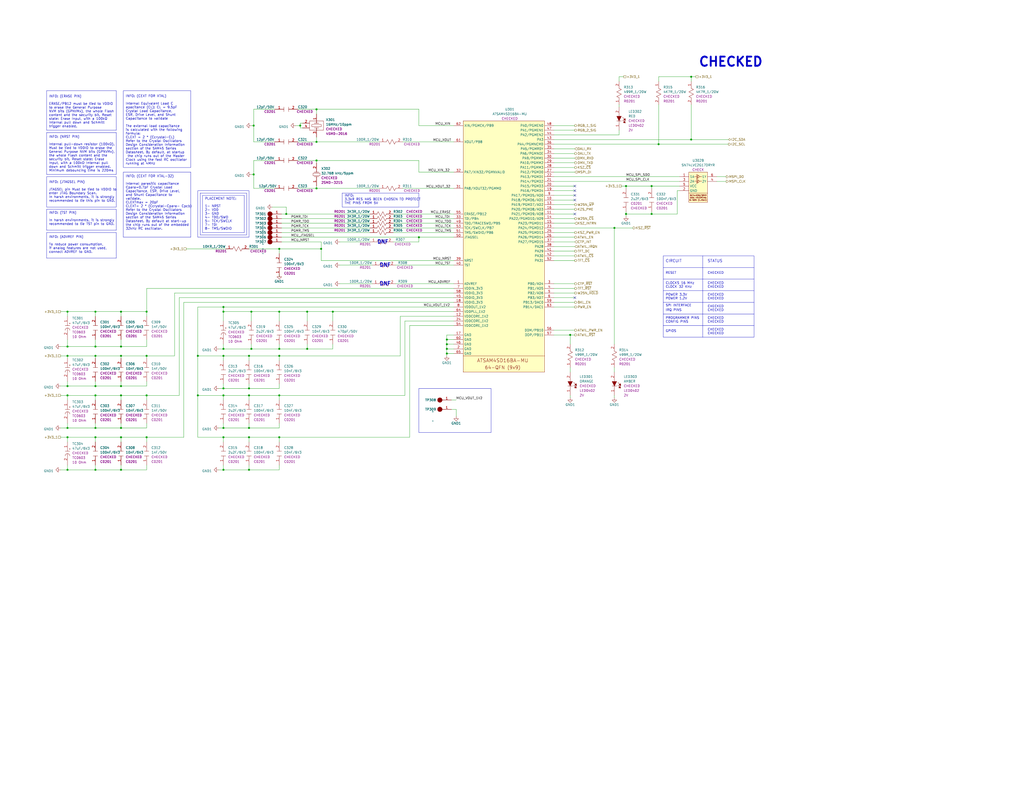
<source format=kicad_sch>
(kicad_sch (version 20230121) (generator eeschema)
  (paper "C")
  (title_block (title "SparkleSplashy") (date "2023-04-25") (rev "01") (company "Siavash Taher Parvar") (comment 1 "Siavash Taher Parvar") (comment 2 "Siavash Taher Parvar") (comment 3 "Siavash Taher Parvar") (comment 4 "_BOM_SpSp_V1.xlsx") (comment 5 "_ASM_SpSp_V1.html") (comment 6 "_GERBER_JLCPCB042023.zip") (comment 8 "No Variant") (comment 9 "N/A"))
  (junction (at 52.07 238.76))
  (junction (at 341.63 116.84))
  (junction (at 80.01 194.31))
  (junction (at 228.6 129.54))
  (junction (at 80.01 170.18))
  (junction (at 243.84 193.04))
  (junction (at 172.72 59.69))
  (junction (at 341.63 101.6))
  (junction (at 66.04 256.54))
  (junction (at 66.04 170.18))
  (junction (at 355.6 101.6))
  (junction (at 137.16 170.18))
  (junction (at 135.89 233.68))
  (junction (at 181.61 170.18))
  (junction (at 355.6 116.84))
  (junction (at 36.83 256.54))
  (junction (at 172.72 77.47))
  (junction (at 52.07 194.31))
  (junction (at 52.07 233.68))
  (junction (at 243.84 187.96))
  (junction (at 152.4 215.9))
  (junction (at 135.89 215.9))
  (junction (at 138.43 95.25))
  (junction (at 135.89 212.09))
  (junction (at 80.01 238.76))
  (junction (at 121.92 190.5))
  (junction (at 121.92 233.68))
  (junction (at 163.83 68.58))
  (junction (at 52.07 170.18))
  (junction (at 121.92 238.76))
  (junction (at 121.92 167.64))
  (junction (at 66.04 210.82))
  (junction (at 66.04 215.9))
  (junction (at 311.15 182.88))
  (junction (at 135.89 194.31))
  (junction (at 52.07 189.23))
  (junction (at 121.92 256.54))
  (junction (at 107.95 215.9))
  (junction (at 121.92 170.18))
  (junction (at 36.83 189.23))
  (junction (at 121.92 215.9))
  (junction (at 36.83 194.31))
  (junction (at 66.04 233.68))
  (junction (at 36.83 233.68))
  (junction (at 121.92 194.31))
  (junction (at 152.4 194.31))
  (junction (at 172.72 87.63))
  (junction (at 138.43 68.58))
  (junction (at 36.83 215.9))
  (junction (at 152.4 190.5))
  (junction (at 36.83 210.82))
  (junction (at 152.4 135.89))
  (junction (at 66.04 238.76))
  (junction (at 156.21 116.84))
  (junction (at 167.64 190.5))
  (junction (at 377.19 41.91))
  (junction (at 80.01 215.9))
  (junction (at 107.95 194.31))
  (junction (at 359.41 78.74))
  (junction (at 66.04 189.23))
  (junction (at 167.64 170.18))
  (junction (at 121.92 212.09))
  (junction (at 172.72 102.87))
  (junction (at 243.84 185.42))
  (junction (at 243.84 190.5))
  (junction (at 36.83 238.76))
  (junction (at 135.89 256.54))
  (junction (at 52.07 210.82))
  (junction (at 152.4 238.76))
  (junction (at 175.26 135.89))
  (junction (at 135.89 238.76))
  (junction (at 52.07 215.9))
  (junction (at 152.4 170.18))
  (junction (at 52.07 256.54))
  (junction (at 66.04 194.31))
  (junction (at 137.16 190.5))
  (junction (at 377.19 76.2))
  (junction (at 335.28 124.46))
  (junction (at 36.83 170.18))
  (no_connect (at 313.69 106.68))
  (no_connect (at 313.69 109.22))
  (no_connect (at 313.69 104.14))
  (no_connect (at 313.69 116.84))
  (no_connect (at 313.69 162.56))
  (no_connect (at 313.69 101.6))
  (wire (pts (xy 341.63 115.57) (xy 341.63 116.84)))
  (wire (pts (xy 243.84 193.04) (xy 243.84 194.31)))
  (wire (pts (xy 152.4 238.76) (xy 152.4 241.3)))
  (wire (pts (xy 302.26 182.88) (xy 311.15 182.88)))
  (wire (pts (xy 107.95 194.31) (xy 107.95 215.9)))
  (wire (pts (xy 313.69 142.24) (xy 302.26 142.24)))
  (wire (pts (xy 152.4 215.9) (xy 220.98 215.9)))
  (wire (pts (xy 341.63 101.6) (xy 341.63 102.87)))
  (wire (pts (xy 121.92 170.18) (xy 137.16 170.18)))
  (wire (pts (xy 302.26 111.76) (xy 313.69 111.76)))
  (wire (pts (xy 36.83 256.54) (xy 36.83 254)))
  (wire (pts (xy 156.21 113.03) (xy 156.21 116.84)))
  (wire (pts (xy 302.26 165.1) (xy 313.69 165.1)))
  (wire (pts (xy 66.04 231.14) (xy 66.04 233.68)))
  (wire (pts (xy 162.56 87.63) (xy 172.72 87.63)))
  (wire (pts (xy 135.89 238.76) (xy 152.4 238.76)))
  (wire (pts (xy 313.69 86.36) (xy 302.26 86.36)))
  (wire (pts (xy 52.07 231.14) (xy 52.07 233.68)))
  (wire (pts (xy 247.65 93.98) (xy 228.6 93.98)))
  (wire (pts (xy 223.52 177.8) (xy 223.52 238.76)))
  (wire (pts (xy 107.95 194.31) (xy 107.95 167.64)))
  (wire (pts (xy 340.36 41.91) (xy 337.82 41.91)))
  (wire (pts (xy 302.26 81.28) (xy 313.69 81.28)))
  (wire (pts (xy 359.41 57.15) (xy 359.41 78.74)))
  (wire (pts (xy 243.84 193.04) (xy 247.65 193.04)))
  (wire (pts (xy 302.26 104.14) (xy 313.69 104.14)))
  (wire (pts (xy 302.26 93.98) (xy 313.69 93.98)))
  (wire (pts (xy 302.26 129.54) (xy 313.69 129.54)))
  (wire (pts (xy 228.6 68.58) (xy 247.65 68.58)))
  (wire (pts (xy 107.95 215.9) (xy 107.95 238.76)))
  (wire (pts (xy 243.84 182.88) (xy 243.84 185.42)))
  (wire (pts (xy 66.04 189.23) (xy 52.07 189.23)))
  (wire (pts (xy 66.04 185.42) (xy 66.04 189.23)))
  (wire (pts (xy 97.79 162.56) (xy 97.79 215.9)))
  (wire (pts (xy 36.83 233.68) (xy 36.83 231.14)))
  (wire (pts (xy 152.4 175.26) (xy 152.4 170.18)))
  (wire (pts (xy 52.07 170.18) (xy 52.07 172.72)))
  (wire (pts (xy 215.9 154.94) (xy 247.65 154.94)))
  (wire (pts (xy 138.43 77.47) (xy 138.43 68.58)))
  (wire (pts (xy 369.57 116.84) (xy 355.6 116.84)))
  (wire (pts (xy 52.07 233.68) (xy 36.83 233.68)))
  (wire (pts (xy 52.07 215.9) (xy 36.83 215.9)))
  (wire (pts (xy 107.95 215.9) (xy 121.92 215.9)))
  (wire (pts (xy 302.26 162.56) (xy 313.69 162.56)))
  (wire (pts (xy 52.07 210.82) (xy 36.83 210.82)))
  (wire (pts (xy 80.01 215.9) (xy 80.01 218.44)))
  (wire (pts (xy 33.02 238.76) (xy 36.83 238.76)))
  (wire (pts (xy 149.86 102.87) (xy 138.43 102.87)))
  (wire (pts (xy 52.07 189.23) (xy 36.83 189.23)))
  (wire (pts (xy 152.4 194.31) (xy 218.44 194.31)))
  (wire (pts (xy 121.92 190.5) (xy 121.92 187.96)))
  (wire (pts (xy 121.92 256.54) (xy 135.89 256.54)))
  (wire (pts (xy 80.01 238.76) (xy 80.01 241.3)))
  (wire (pts (xy 175.26 135.89) (xy 152.4 135.89)))
  (wire (pts (xy 369.57 104.14) (xy 369.57 116.84)))
  (wire (pts (xy 391.16 96.52) (xy 396.24 96.52)))
  (wire (pts (xy 137.16 170.18) (xy 152.4 170.18)))
  (wire (pts (xy 80.01 215.9) (xy 97.79 215.9)))
  (wire (pts (xy 135.89 254) (xy 135.89 256.54)))
  (wire (pts (xy 107.95 238.76) (xy 121.92 238.76)))
  (wire (pts (xy 135.89 212.09) (xy 152.4 212.09)))
  (wire (pts (xy 218.44 172.72) (xy 218.44 194.31)))
  (wire (pts (xy 101.6 135.89) (xy 123.19 135.89)))
  (wire (pts (xy 207.01 77.47) (xy 172.72 77.47)))
  (wire (pts (xy 36.83 238.76) (xy 36.83 241.3)))
  (wire (pts (xy 228.6 68.58) (xy 228.6 59.69)))
  (wire (pts (xy 80.01 210.82) (xy 66.04 210.82)))
  (wire (pts (xy 100.33 238.76) (xy 100.33 165.1)))
  (wire (pts (xy 313.69 160.02) (xy 302.26 160.02)))
  (wire (pts (xy 302.26 76.2) (xy 377.19 76.2)))
  (wire (pts (xy 135.89 194.31) (xy 135.89 196.85)))
  (wire (pts (xy 121.92 233.68) (xy 121.92 231.14)))
  (wire (pts (xy 80.01 215.9) (xy 66.04 215.9)))
  (wire (pts (xy 228.6 87.63) (xy 172.72 87.63)))
  (wire (pts (xy 248.92 223.52) (xy 248.92 227.33)))
  (wire (pts (xy 243.84 187.96) (xy 247.65 187.96)))
  (wire (pts (xy 138.43 68.58) (xy 137.16 68.58)))
  (wire (pts (xy 175.26 142.24) (xy 175.26 135.89)))
  (wire (pts (xy 80.01 208.28) (xy 80.01 210.82)))
  (wire (pts (xy 214.63 127) (xy 247.65 127)))
  (wire (pts (xy 246.38 223.52) (xy 248.92 223.52)))
  (wire (pts (xy 243.84 187.96) (xy 243.84 190.5)))
  (wire (pts (xy 121.92 212.09) (xy 135.89 212.09)))
  (wire (pts (xy 121.92 167.64) (xy 121.92 170.18)))
  (wire (pts (xy 152.4 212.09) (xy 152.4 209.55)))
  (wire (pts (xy 175.26 132.08) (xy 175.26 135.89)))
  (wire (pts (xy 214.63 121.92) (xy 247.65 121.92)))
  (wire (pts (xy 135.89 256.54) (xy 152.4 256.54)))
  (wire (pts (xy 313.69 114.3) (xy 302.26 114.3)))
  (wire (pts (xy 391.16 99.06) (xy 396.24 99.06)))
  (wire (pts (xy 313.69 134.62) (xy 302.26 134.62)))
  (wire (pts (xy 311.15 200.66) (xy 311.15 203.2)))
  (wire (pts (xy 80.01 170.18) (xy 80.01 172.72)))
  (wire (pts (xy 181.61 170.18) (xy 247.65 170.18)))
  (wire (pts (xy 355.6 101.6) (xy 341.63 101.6)))
  (wire (pts (xy 153.67 116.84) (xy 156.21 116.84)))
  (wire (pts (xy 185.42 144.78) (xy 203.2 144.78)))
  (wire (pts (xy 121.92 194.31) (xy 121.92 196.85)))
  (wire (pts (xy 228.6 132.08) (xy 228.6 129.54)))
  (wire (pts (xy 121.92 215.9) (xy 121.92 218.44)))
  (wire (pts (xy 165.1 67.31) (xy 163.83 67.31)))
  (wire (pts (xy 355.6 116.84) (xy 341.63 116.84)))
  (wire (pts (xy 121.92 238.76) (xy 121.92 241.3)))
  (wire (pts (xy 138.43 102.87) (xy 138.43 95.25)))
  (wire (pts (xy 302.26 71.12) (xy 313.69 71.12)))
  (wire (pts (xy 370.84 104.14) (xy 369.57 104.14)))
  (wire (pts (xy 52.07 254) (xy 52.07 256.54)))
  (wire (pts (xy 135.89 215.9) (xy 135.89 218.44)))
  (wire (pts (xy 175.26 142.24) (xy 247.65 142.24)))
  (wire (pts (xy 339.09 101.6) (xy 341.63 101.6)))
  (wire (pts (xy 243.84 185.42) (xy 243.84 187.96)))
  (wire (pts (xy 135.89 209.55) (xy 135.89 212.09)))
  (wire (pts (xy 228.6 93.98) (xy 228.6 87.63)))
  (wire (pts (xy 152.4 149.86) (xy 152.4 151.13)))
  (wire (pts (xy 33.02 194.31) (xy 36.83 194.31)))
  (wire (pts (xy 172.72 59.69) (xy 172.72 62.23)))
  (wire (pts (xy 33.02 215.9) (xy 36.83 215.9)))
  (wire (pts (xy 302.26 96.52) (xy 370.84 96.52)))
  (wire (pts (xy 107.95 194.31) (xy 121.92 194.31)))
  (wire (pts (xy 345.44 124.46) (xy 335.28 124.46)))
  (wire (pts (xy 121.92 167.64) (xy 247.65 167.64)))
  (wire (pts (xy 359.41 41.91) (xy 359.41 44.45)))
  (wire (pts (xy 80.01 231.14) (xy 80.01 233.68)))
  (wire (pts (xy 215.9 144.78) (xy 247.65 144.78)))
  (wire (pts (xy 302.26 99.06) (xy 370.84 99.06)))
  (wire (pts (xy 80.01 185.42) (xy 80.01 189.23)))
  (polyline (pts (xy 361.95 177.8) (xy 411.48 177.8)))
  (wire (pts (xy 80.01 238.76) (xy 66.04 238.76)))
  (wire (pts (xy 121.92 194.31) (xy 135.89 194.31)))
  (wire (pts (xy 313.69 154.94) (xy 302.26 154.94)))
  (wire (pts (xy 135.89 194.31) (xy 152.4 194.31)))
  (polyline (pts (xy 361.95 165.1) (xy 411.48 165.1)))
  (wire (pts (xy 247.65 160.02) (xy 95.25 160.02)))
  (wire (pts (xy 335.28 200.66) (xy 335.28 203.2)))
  (wire (pts (xy 80.01 189.23) (xy 66.04 189.23)))
  (wire (pts (xy 172.72 102.87) (xy 172.72 101.6)))
  (wire (pts (xy 302.26 106.68) (xy 313.69 106.68)))
  (wire (pts (xy 302.26 116.84) (xy 313.69 116.84)))
  (wire (pts (xy 153.67 121.92) (xy 201.93 121.92)))
  (wire (pts (xy 167.64 175.26) (xy 167.64 170.18)))
  (wire (pts (xy 220.98 175.26) (xy 220.98 215.9)))
  (wire (pts (xy 162.56 77.47) (xy 172.72 77.47)))
  (wire (pts (xy 36.83 170.18) (xy 36.83 172.72)))
  (wire (pts (xy 228.6 59.69) (xy 172.72 59.69)))
  (wire (pts (xy 162.56 59.69) (xy 172.72 59.69)))
  (wire (pts (xy 121.92 209.55) (xy 121.92 212.09)))
  (wire (pts (xy 36.83 185.42) (xy 36.83 189.23)))
  (wire (pts (xy 185.42 154.94) (xy 203.2 154.94)))
  (wire (pts (xy 214.63 116.84) (xy 247.65 116.84)))
  (wire (pts (xy 247.65 157.48) (xy 80.01 157.48)))
  (wire (pts (xy 152.4 138.43) (xy 152.4 135.89)))
  (wire (pts (xy 181.61 175.26) (xy 181.61 170.18)))
  (wire (pts (xy 153.67 124.46) (xy 201.93 124.46)))
  (wire (pts (xy 66.04 256.54) (xy 52.07 256.54)))
  (wire (pts (xy 247.65 182.88) (xy 243.84 182.88)))
  (wire (pts (xy 121.92 175.26) (xy 121.92 170.18)))
  (wire (pts (xy 243.84 190.5) (xy 243.84 193.04)))
  (wire (pts (xy 302.26 68.58) (xy 313.69 68.58)))
  (polyline (pts (xy 361.95 171.45) (xy 411.48 171.45)))
  (wire (pts (xy 153.67 119.38) (xy 201.93 119.38)))
  (wire (pts (xy 248.92 218.44) (xy 246.38 218.44)))
  (wire (pts (xy 153.67 132.08) (xy 175.26 132.08)))
  (wire (pts (xy 52.07 185.42) (xy 52.07 189.23)))
  (wire (pts (xy 302.26 78.74) (xy 359.41 78.74)))
  (wire (pts (xy 80.01 238.76) (xy 100.33 238.76)))
  (wire (pts (xy 337.82 41.91) (xy 337.82 44.45)))
  (wire (pts (xy 95.25 194.31) (xy 80.01 194.31)))
  (wire (pts (xy 302.26 180.34) (xy 313.69 180.34)))
  (wire (pts (xy 152.4 190.5) (xy 137.16 190.5)))
  (wire (pts (xy 119.38 212.09) (xy 121.92 212.09)))
  (wire (pts (xy 153.67 127) (xy 201.93 127)))
  (wire (pts (xy 135.89 135.89) (xy 152.4 135.89)))
  (wire (pts (xy 52.07 170.18) (xy 36.83 170.18)))
  (wire (pts (xy 66.04 215.9) (xy 52.07 215.9)))
  (wire (pts (xy 135.89 215.9) (xy 152.4 215.9)))
  (wire (pts (xy 341.63 116.84) (xy 341.63 118.11)))
  (polyline (pts (xy 361.95 158.75) (xy 411.48 158.75)))
  (wire (pts (xy 152.4 215.9) (xy 152.4 218.44)))
  (wire (pts (xy 302.26 73.66) (xy 337.82 73.66)))
  (wire (pts (xy 119.38 190.5) (xy 121.92 190.5)))
  (wire (pts (xy 137.16 187.96) (xy 137.16 190.5)))
  (wire (pts (xy 152.4 170.18) (xy 167.64 170.18)))
  (wire (pts (xy 219.71 102.87) (xy 247.65 102.87)))
  (wire (pts (xy 66.04 215.9) (xy 66.04 218.44)))
  (wire (pts (xy 95.25 160.02) (xy 95.25 194.31)))
  (wire (pts (xy 214.63 119.38) (xy 247.65 119.38)))
  (wire (pts (xy 167.64 190.5) (xy 152.4 190.5)))
  (wire (pts (xy 355.6 101.6) (xy 370.84 101.6)))
  (wire (pts (xy 80.01 194.31) (xy 66.04 194.31)))
  (wire (pts (xy 52.07 256.54) (xy 36.83 256.54)))
  (wire (pts (xy 107.95 167.64) (xy 121.92 167.64)))
  (wire (pts (xy 66.04 194.31) (xy 66.04 195.58)))
  (wire (pts (xy 156.21 116.84) (xy 201.93 116.84)))
  (wire (pts (xy 172.72 77.47) (xy 172.72 74.93)))
  (wire (pts (xy 138.43 87.63) (xy 138.43 95.25)))
  (wire (pts (xy 135.89 233.68) (xy 152.4 233.68)))
  (wire (pts (xy 33.02 189.23) (xy 36.83 189.23)))
  (wire (pts (xy 66.04 170.18) (xy 52.07 170.18)))
  (wire (pts (xy 66.04 208.28) (xy 66.04 210.82)))
  (wire (pts (xy 172.72 87.63) (xy 172.72 88.9)))
  (wire (pts (xy 379.73 41.91) (xy 377.19 41.91)))
  (wire (pts (xy 100.33 165.1) (xy 247.65 165.1)))
  (wire (pts (xy 80.01 157.48) (xy 80.01 170.18)))
  (wire (pts (xy 247.65 185.42) (xy 243.84 185.42)))
  (wire (pts (xy 228.6 129.54) (xy 247.65 129.54)))
  (wire (pts (xy 302.26 101.6) (xy 313.69 101.6)))
  (polyline (pts (xy 383.54 139.7) (xy 383.54 184.15)))
  (polyline (pts (xy 361.95 152.4) (xy 411.48 152.4)))
  (wire (pts (xy 33.02 170.18) (xy 36.83 170.18)))
  (wire (pts (xy 119.38 256.54) (xy 121.92 256.54)))
  (wire (pts (xy 247.65 190.5) (xy 243.84 190.5)))
  (wire (pts (xy 214.63 132.08) (xy 228.6 132.08)))
  (wire (pts (xy 355.6 115.57) (xy 355.6 116.84)))
  (wire (pts (xy 66.04 170.18) (xy 66.04 172.72)))
  (wire (pts (xy 335.28 215.9) (xy 335.28 217.17)))
  (wire (pts (xy 359.41 41.91) (xy 377.19 41.91)))
  (wire (pts (xy 302.26 121.92) (xy 313.69 121.92)))
  (wire (pts (xy 247.65 172.72) (xy 218.44 172.72)))
  (wire (pts (xy 66.04 238.76) (xy 66.04 241.3)))
  (wire (pts (xy 80.01 254) (xy 80.01 256.54)))
  (wire (pts (xy 163.83 67.31) (xy 163.83 68.58)))
  (wire (pts (xy 311.15 182.88) (xy 313.69 182.88)))
  (wire (pts (xy 181.61 187.96) (xy 181.61 190.5)))
  (wire (pts (xy 36.83 194.31) (xy 36.83 195.58)))
  (wire (pts (xy 302.26 91.44) (xy 313.69 91.44)))
  (wire (pts (xy 121.92 256.54) (xy 121.92 254)))
  (wire (pts (xy 219.71 77.47) (xy 247.65 77.47)))
  (wire (pts (xy 66.04 210.82) (xy 52.07 210.82)))
  (wire (pts (xy 52.07 194.31) (xy 52.07 195.58)))
  (wire (pts (xy 121.92 238.76) (xy 135.89 238.76)))
  (wire (pts (xy 135.89 231.14) (xy 135.89 233.68)))
  (wire (pts (xy 181.61 190.5) (xy 167.64 190.5)))
  (wire (pts (xy 66.04 233.68) (xy 52.07 233.68)))
  (wire (pts (xy 313.69 132.08) (xy 302.26 132.08)))
  (wire (pts (xy 138.43 87.63) (xy 149.86 87.63)))
  (wire (pts (xy 302.26 109.22) (xy 313.69 109.22)))
  (wire (pts (xy 52.07 238.76) (xy 52.07 241.3)))
  (wire (pts (xy 311.15 215.9) (xy 311.15 217.17)))
  (wire (pts (xy 121.92 215.9) (xy 135.89 215.9)))
  (wire (pts (xy 335.28 124.46) (xy 335.28 187.96)))
  (wire (pts (xy 152.4 233.68) (xy 152.4 231.14)))
  (wire (pts (xy 337.82 71.12) (xy 337.82 73.66)))
  (wire (pts (xy 135.89 238.76) (xy 135.89 241.3)))
  (wire (pts (xy 163.83 69.85) (xy 165.1 69.85)))
  (wire (pts (xy 52.07 194.31) (xy 36.83 194.31)))
  (wire (pts (xy 313.69 157.48) (xy 302.26 157.48)))
  (wire (pts (xy 52.07 215.9) (xy 52.07 218.44)))
  (wire (pts (xy 167.64 170.18) (xy 181.61 170.18)))
  (wire (pts (xy 313.69 139.7) (xy 302.26 139.7)))
  (wire (pts (xy 152.4 194.31) (xy 152.4 196.85)))
  (wire (pts (xy 66.04 238.76) (xy 52.07 238.76)))
  (wire (pts (xy 311.15 182.88) (xy 311.15 187.96)))
  (wire (pts (xy 80.01 170.18) (xy 66.04 170.18)))
  (wire (pts (xy 185.42 132.08) (xy 201.93 132.08)))
  (wire (pts (xy 247.65 162.56) (xy 97.79 162.56)))
  (wire (pts (xy 152.4 187.96) (xy 152.4 190.5)))
  (wire (pts (xy 52.07 238.76) (xy 36.83 238.76)))
  (wire (pts (xy 80.01 194.31) (xy 80.01 195.58)))
  (wire (pts (xy 302.26 119.38) (xy 313.69 119.38)))
  (wire (pts (xy 33.02 210.82) (xy 36.83 210.82)))
  (wire (pts (xy 247.65 175.26) (xy 220.98 175.26)))
  (wire (pts (xy 172.72 102.87) (xy 207.01 102.87)))
  (wire (pts (xy 152.4 238.76) (xy 223.52 238.76)))
  (wire (pts (xy 302.26 88.9) (xy 313.69 88.9)))
  (wire (pts (xy 33.02 256.54) (xy 36.83 256.54)))
  (wire (pts (xy 359.41 78.74) (xy 397.51 78.74)))
  (wire (pts (xy 66.04 194.31) (xy 52.07 194.31)))
  (wire (pts (xy 149.86 77.47) (xy 138.43 77.47)))
  (wire (pts (xy 313.69 127) (xy 302.26 127)))
  (wire (pts (xy 302.26 137.16) (xy 313.69 137.16)))
  (wire (pts (xy 36.83 210.82) (xy 36.83 208.28)))
  (wire (pts (xy 313.69 167.64) (xy 302.26 167.64)))
  (wire (pts (xy 153.67 129.54) (xy 228.6 129.54)))
  (wire (pts (xy 161.29 68.58) (xy 163.83 68.58)))
  (wire (pts (xy 302.26 83.82) (xy 313.69 83.82)))
  (wire (pts (xy 80.01 233.68) (xy 66.04 233.68)))
  (wire (pts (xy 162.56 102.87) (xy 172.72 102.87)))
  (wire (pts (xy 36.83 215.9) (xy 36.83 218.44)))
  (wire (pts (xy 355.6 101.6) (xy 355.6 102.87)))
  (wire (pts (xy 137.16 175.26) (xy 137.16 170.18)))
  (wire (pts (xy 163.83 68.58) (xy 163.83 69.85)))
  (wire (pts (xy 119.38 233.68) (xy 121.92 233.68)))
  (wire (pts (xy 337.82 57.15) (xy 337.82 58.42)))
  (wire (pts (xy 167.64 187.96) (xy 167.64 190.5)))
  (wire (pts (xy 66.04 254) (xy 66.04 256.54)))
  (polyline (pts (xy 361.95 146.05) (xy 411.48 146.05)))
  (wire (pts (xy 121.92 233.68) (xy 135.89 233.68)))
  (wire (pts (xy 52.07 208.28) (xy 52.07 210.82)))
  (wire (pts (xy 247.65 177.8) (xy 223.52 177.8)))
  (wire (pts (xy 33.02 233.68) (xy 36.83 233.68)))
  (wire (pts (xy 377.19 44.45) (xy 377.19 41.91)))
  (wire (pts (xy 377.19 57.15) (xy 377.19 76.2)))
  (wire (pts (xy 138.43 59.69) (xy 149.86 59.69)))
  (wire (pts (xy 377.19 76.2) (xy 397.51 76.2)))
  (wire (pts (xy 335.28 124.46) (xy 302.26 124.46)))
  (wire (pts (xy 137.16 95.25) (xy 138.43 95.25)))
  (wire (pts (xy 148.59 113.03) (xy 156.21 113.03)))
  (wire (pts (xy 214.63 124.46) (xy 247.65 124.46)))
  (wire (pts (xy 138.43 68.58) (xy 138.43 59.69)))
  (wire (pts (xy 80.01 256.54) (xy 66.04 256.54)))
  (wire (pts (xy 152.4 256.54) (xy 152.4 254)))
  (wire (pts (xy 137.16 190.5) (xy 121.92 190.5)))
  (rectangle (start 67.31 93.98) (end 104.14 129.54))
  (rectangle (start 25.4 114.3) (end 63.5 125.73))
  (rectangle (start 109.22 105.41) (end 134.62 128.27))
  (rectangle (start 25.4 49.53) (end 63.5 71.12))
  (rectangle (start 67.31 49.53) (end 104.14 91.44))
  (rectangle (start 25.4 96.52) (end 63.5 113.03))
  (rectangle (start 228.6 212.09) (end 267.97 236.22))
  (rectangle (start 186.69 105.41) (end 228.6 113.03))
  (rectangle (start 110.49 106.68) (end 133.35 127))
  (rectangle (start 361.95 139.7) (end 411.48 184.15))
  (rectangle (start 25.4 127) (end 63.5 140.97))
  (rectangle (start 107.95 104.14) (end 135.89 129.54))
  (rectangle (start 25.4 72.39) (end 63.5 95.25))
  (text "STATUS" (at 386.08 143.51 0) (effects (font (size 1.5 1.5)) (justify left bottom)))
  (text "CLOCKS 16 MHz\nCLOCK 32 KHz" (at 363.22 157.48 0) (effects (font (size 1.27 1.27)) (justify left bottom)))
  (text "DNF" (at 205.74 133.35 0) (effects (font (size 2 2) (thickness 0.4) bold) (justify left bottom)))
  (text "CHECKED\nCHECKED" (at 386.08 170.18 0) (effects (font (size 1.27 1.27)) (justify left bottom)))
  (text "RESET" (at 363.22 149.86 0) (effects (font (size 1.27 1.27)) (justify left bottom)))
  (text "INFO: (JTAGSEL PIN)\n\nJTAGSEL pin Must be tied to VDDIO to\nenter JTAG Boundary Scan.\nIn harsh environments, it is strongly\nrecommended to tie this pin to GND." (at 26.67 110.49 0) (effects (font (size 1.27 1.27)) (justify left bottom)))
  (text "INFO: (CEXT FOR XTAL)\n\nInternal Equivalent Load C\napacitance (CL): CL = 9.5pF\nCrystal Load Capacitance, \nESR, Drive Level, and Shunt\nCapacitance to validate\n\nThe external load capacitance \nis calculated with the following \nformula:\nCLEXT = 2 * (Ccrystal-CL)\nRefer to the Crystal Oscillators\nDesign Consideration Information \nsection of the SAM4S Series \nDatasheet. By default, at startup\n the chip runs out of the Master\nClock using the fast RC oscillator\nrunning at 4MHz" (at 68.58 90.17 0) (effects (font (size 1.27 1.27)) (justify left bottom)))
  (text "CHECKED\nCHECKED" (at 386.08 182.88 0) (effects (font (size 1.27 1.27)) (justify left bottom)))
  (text "PROGRAMMER PINS\nCONFIG PINS" (at 363.22 176.53 0) (effects (font (size 1.27 1.27)) (justify left bottom)))
  (text "INFO: (CEXT FOR XTAL-32)\n\nInternal parasitic capacitance\nCpara=0.7pF Crystal Load \nCapacitance, ESR, Drive Level, \nand Shunt Capacitance to\nvalidate.\nCLEXTmax = 20pF\nCLEXT= 2 * (Ccrystal-Cpara- Cpcb)\nRefer to the Crystal Oscillators \nDesign Consideration Information\nsection of the SAM4S Series \nDatasheet. By default at start-up\nthe chip runs out of the embedded\n32kHz RC oscillator." (at 68.58 125.73 0) (effects (font (size 1.27 1.27)) (justify left bottom)))
  (text "PLACEMENT NOTE:\n\n1- NRST\n2- VDD\n3- GND\n4- TDO/SWO\n5- TCK/SWCLK\n7- TDI\n8- TMS/SWDIO" (at 111.76 125.73 0) (effects (font (size 1.27 1.27)) (justify left bottom)))
  (text "DNF" (at 207.01 156.21 0) (effects (font (size 2 2) (thickness 0.4) bold) (justify left bottom)))
  (text "INFO:\n3.3kR RES HAS BEEN CHOSEN TO PROTECT\nTHE PINS FROM 5V" (at 187.96 111.76 0) (effects (font (size 1.27 1.27)) (justify left bottom)))
  (text "INFO: (TST PIN)\n\nIn harsh environments, it is strongly\nrecommended to tie TST pin to GND." (at 26.67 123.19 0) (effects (font (size 1.27 1.27)) (justify left bottom)))
  (text "INFO: (ERASE PIN)\n\nERASE/PB12 must be tied to VDDIO\nto erase the General Purpose \nNVM bits (GPNVMx), the whole Flash\ncontent and the security bit. Reset\nstate: Erase Input, with a 100kΩ\nInternal pull down and Schmitt \ntrigger enabled." (at 26.67 69.85 0) (effects (font (size 1.27 1.27)) (justify left bottom)))
  (text "IRQ PINS" (at 363.22 170.18 0) (effects (font (size 1.27 1.27)) (justify left bottom)))
  (text "CHECKED\nCHECKED" (at 386.08 163.83 0) (effects (font (size 1.27 1.27)) (justify left bottom)))
  (text "CIRCUIT" (at 363.22 143.51 0) (effects (font (size 1.5 1.5)) (justify left bottom)))
  (text "DNF" (at 207.01 146.05 0) (effects (font (size 2 2) (thickness 0.4) bold) (justify left bottom)))
  (text "POWER 3.3V\nPOWER 1.2V" (at 363.22 163.83 0) (effects (font (size 1.27 1.27)) (justify left bottom)))
  (text "SPI INTERFACE" (at 363.22 167.64 0) (effects (font (size 1.27 1.27)) (justify left bottom)))
  (text "CHECKED" (at 381 36.83 0) (effects (font (size 5 5) bold) (justify left bottom)))
  (text "INFO: (ADVREF PIN)\n\nTo reduce power consumption,\nif analog features are not used,\nconnect ADVREF to GND.\n" (at 26.67 138.43 0) (effects (font (size 1.27 1.27)) (justify left bottom)))
  (text "GPIOS" (at 363.22 181.61 0) (effects (font (size 1.27 1.27)) (justify left bottom)))
  (text "INFO: (NRST PIN)\n\nInternal pull-down resistor (100kΩ).\nMust be tied to VDDIO to erase the \nGeneral Purpose NVM bits (GPNVMx), \nthe whole Flash content and the \nsecurity bit. Reset state: Erase \nInput, with a 100kΩ Internal pull \ndown and Schmitt trigger enabled.\nMinimum debouncing time is 220ms" (at 26.67 93.98 0) (effects (font (size 1.27 1.27)) (justify left bottom)))
  (text "CHECKED" (at 386.08 149.86 0) (effects (font (size 1.27 1.27)) (justify left bottom)))
  (text "CHECKED\nCHECKED" (at 386.08 176.53 0) (effects (font (size 1.27 1.27)) (justify left bottom)))
  (text "CHECKED\nCHECKED" (at 386.08 157.48 0) (effects (font (size 1.27 1.27)) (justify left bottom)))
  (label "MCU_ADVREF" (at 233.68 154.94 0))
  (label "MCU_SPI_SDO" (at 341.63 96.52 0))
  (label "MCU_TST" (at 237.49 144.78 0))
  (label "MCU_XIN_32" (at 233.68 93.98 0))
  (label "MCU_TMS" (at 237.49 127 0))
  (label "PGMR_TDI" (at 158.75 119.38 0))
  (label "MCU_TDO" (at 237.49 121.92 0))
  (label "MCU_TDI" (at 237.49 119.38 0))
  (label "PGMR_TDO" (at 158.75 121.92 0))
  (label "MCU_NRST" (at 236.22 142.24 0))
  (label "PGMR_TCK" (at 158.75 124.46 0))
  (label "PGMR_TMS" (at 158.75 127 0))
  (label "MCU_NRST" (at 158.75 132.08 0))
  (label "MCU_ERASE" (at 234.95 116.84 0))
  (label "MCU_VOUT_1V2" (at 248.92 218.44 0))
  (label "MCU_TCK" (at 237.49 124.46 0))
  (label "MCU_XOUT" (at 236.22 77.47 0))
  (label "MCU_XOUT_32" (at 232.41 102.87 0))
  (label "MCU_JTAGSEL" (at 158.75 129.54 0))
  (label "MCU_VOUT_1V2" (at 231.14 167.64 0))
  (label "MCU_XIN" (at 237.49 68.58 0))
  (label "MCU_SPI_CLK" (at 341.63 99.06 0))
  (hierarchical_label "TFT_~{RST}" (shape output) (at 313.69 157.48 0))
  (hierarchical_label "KSZ_PWR_EN" (shape output) (at 313.69 127 0))
  (hierarchical_label "ATWIL_PWR_EN" (shape output) (at 313.69 180.34 0))
  (hierarchical_label "MSPI_DI" (shape input) (at 313.69 93.98 0))
  (hierarchical_label "DMX_RXD" (shape input) (at 313.69 86.36 0))
  (hierarchical_label "MSPI_DO" (shape output) (at 396.24 96.52 0))
  (hierarchical_label "MSPI_CLK" (shape output) (at 396.24 99.06 0))
  (hierarchical_label "I2C_SDA" (shape bidirectional) (at 397.51 76.2 0))
  (hierarchical_label "DMX_TXD" (shape output) (at 313.69 88.9 0))
  (hierarchical_label "+3V3_1" (shape passive) (at 101.6 135.89 180))
  (hierarchical_label "KSZ_~{CS}" (shape output) (at 313.69 91.44 0))
  (hierarchical_label "RGB_1_SIG" (shape output) (at 313.69 68.58 0))
  (hierarchical_label "+3V3_1" (shape passive) (at 339.09 101.6 180))
  (hierarchical_label "RGB_2_SIG" (shape output) (at 313.69 71.12 0))
  (hierarchical_label "ATWIL_~{RST}" (shape output) (at 313.69 182.88 0))
  (hierarchical_label "DALI_RX" (shape input) (at 313.69 81.28 0))
  (hierarchical_label "CTP_INT" (shape input) (at 313.69 132.08 0))
  (hierarchical_label "+3V3_1" (shape passive) (at 33.02 215.9 180))
  (hierarchical_label "KZS_PME" (shape output) (at 313.69 114.3 0))
  (hierarchical_label "+3V3_1" (shape passive) (at 379.73 41.91 0))
  (hierarchical_label "ATWIL_~{CS}" (shape output) (at 313.69 139.7 0))
  (hierarchical_label "BKL_EN" (shape output) (at 313.69 165.1 0))
  (hierarchical_label "W25N_~{HOLD}" (shape output) (at 313.69 160.02 0))
  (hierarchical_label "TFT_~{CS}" (shape output) (at 313.69 142.24 0))
  (hierarchical_label "W25N_~{WP}" (shape output) (at 313.69 111.76 0))
  (hierarchical_label "W25N_~{CS}" (shape output) (at 313.69 119.38 0))
  (hierarchical_label "ATWIL_EN" (shape output) (at 313.69 129.54 0))
  (hierarchical_label "TFT_DC" (shape output) (at 313.69 137.16 0))
  (hierarchical_label "DALI_TX" (shape output) (at 313.69 83.82 0))
  (hierarchical_label "CTP_~{RST}" (shape output) (at 313.69 154.94 0))
  (hierarchical_label "KSZ_~{RST}" (shape output) (at 345.44 124.46 0))
  (hierarchical_label "+3V3_1" (shape passive) (at 33.02 238.76 180))
  (hierarchical_label "+3V3_1" (shape passive) (at 340.36 41.91 0))
  (hierarchical_label "PWR_EN" (shape output) (at 313.69 167.64 0))
  (hierarchical_label "I2C_SCL" (shape output) (at 397.51 78.74 0))
  (hierarchical_label "+3V3_1" (shape passive) (at 33.02 170.18 180))
  (hierarchical_label "ATWIL_IRQN" (shape input) (at 313.69 134.62 0))
  (hierarchical_label "+3V3_1" (shape passive) (at 33.02 194.31 180))
  (hierarchical_label "KSZ_INTRN" (shape input) (at 313.69 121.92 0))
  (symbol (lib_id "_SCHLIB_SparkleSplashy:RES_499R_1/20W") (at 337.82 57.15 90) (unit 1)
    (property "Reference" "R313" (at 340.36 47.625 90) (effects (justify right)))
    (property "Value" "499R_1/20W" (at 340.36 50.165 90) (effects (justify right)))
    (property "Footprint" "Resistor_SMD:R_0201_0603Metric" (effects hide))
    (property "Datasheet" "https://www.seielect.com/Catalog/SEI-RMCF_RMCP.pdf" (effects hide))
    (property "Description" "499 Ohms ±1% 0.05W, 1/20W Chip Resistor 0201 (0603 Metric) Thick Film" (effects hide))
    (property "Part Number" "RMCF0201FT499R" (effects hide))
    (property "Link" "https://www.digikey.ca/en/products/detail/stackpole-electronics-inc/RMCF0201FT499R/3906018" (effects hide))
    (property "SCH CHECK" "CHECKED" (at 340.36 52.705 90) (effects (justify right)))
    (property "Package" "R0201" (at 340.36 55.245 90) (effects (justify right)))
  )
  (symbol (lib_id "power:GND1") (at 148.59 113.03 270) (unit 1)
    (property "Reference" "#PWR0311" (effects hide))
    (property "Value" "GND1" (at 144.78 113.665 90) (effects (justify right)))
  )
  (symbol (lib_id "power:GND1") (at 335.28 217.17 0) (unit 1)
    (property "Reference" "#PWR0321" (effects hide))
    (property "Value" "GND1" (at 335.28 220.98 0))
  )
  (symbol (lib_id "_SCHLIB_SparkleSplashy:CAP_10nF/6V3") (at 66.04 185.42 90) (unit 1)
    (property "Reference" "C305" (at 68.58 175.895 90) (effects (justify right)))
    (property "Value" "10nF/6V3" (at 68.58 178.435 90) (effects (justify right)))
    (property "Footprint" "Capacitor_SMD:C_0201_0603Metric" (effects hide))
    (property "Datasheet" "http://www.passivecomponent.com/wp-content/uploads/datasheet/WTC_MLCC_General_Purpose.pdf" (effects hide))
    (property "Description" "10000 pF ±10% 6.3V Ceramic Capacitor X7R 0201 (0603 Metric)" (effects hide))
    (property "Part Number" "0201B103K6R3CT" (effects hide))
    (property "Link" "https://www.digikey.ca/en/products/detail/walsin-technology-corporation/0201B103K6R3CT/9354618" (effects hide))
    (property "SCH CHECK" "CHECKED" (at 68.58 180.975 90) (effects (justify right)))
    (property "Package" "C0201" (at 68.58 183.515 90) (effects (justify right)))
  )
  (symbol (lib_id "power:GND1") (at 119.38 256.54 270) (unit 1)
    (property "Reference" "#PWR0308" (effects hide))
    (property "Value" "GND1" (at 115.57 257.175 90) (effects (justify right)))
  )
  (symbol (lib_id "_SCHLIB_SparkleSplashy:CAP_1nF/50V") (at 80.01 208.28 90) (unit 1)
    (property "Reference" "C310" (at 82.55 198.755 90) (effects (justify right)))
    (property "Value" "1nF/50V" (at 82.55 201.295 90) (effects (justify right)))
    (property "Footprint" "Capacitor_SMD:C_0201_0603Metric" (effects hide))
    (property "Datasheet" "https://search.murata.co.jp/Ceramy/image/img/A01X/G101/ENG/GRM0335C1H102JE01-01A.pdf" (effects hide))
    (property "Description" "1000 pF ±5% 50V Ceramic Capacitor C0G, NP0 0201 (0603 Metric)" (effects hide))
    (property "Part Number" "GRM0335C1H102JE01D" (effects hide))
    (property "Link" "https://www.digikey.ca/en/products/detail/murata-electronics/GRM0335C1H102JE01D/16033845" (effects hide))
    (property "SCH CHECK" "CHECKED" (at 82.55 203.835 90) (effects (justify right)))
    (property "Package" "C0201" (at 82.55 206.375 90) (effects (justify right)))
  )
  (symbol (lib_id "_SCHLIB_SparkleSplashy:CONN_CTP_40MIL") (at 153.67 129.54 180) (unit 1) (in_bom no)
    (property "Reference" "TP306" (at 142.24 129.54 0))
    (property "Value" "~" (at 143.51 135.89 0))
    (property "Footprint" "TestPoint:TestPoint_Pad_D1.0mm" (effects hide))
  )
  (symbol (lib_id "power:GND1") (at 33.02 233.68 270) (unit 1)
    (property "Reference" "#PWR0303" (effects hide))
    (property "Value" "GND1" (at 29.21 234.315 90) (effects (justify right)))
  )
  (symbol (lib_id "_SCHLIB_SparkleSplashy:RES_100R_1/20W") (at 203.2 144.78 0) (unit 1)
    (property "Reference" "R308" (at 219.71 143.51 0))
    (property "Value" "100R_1/20W" (at 196.85 143.51 0))
    (property "Footprint" "Resistor_SMD:R_0201_0603Metric" (effects hide))
    (property "Datasheet" "https://www.seielect.com/Catalog/SEI-RMCF_RMCP.pdf" (effects hide))
    (property "Description" "100 Ohms ±1% 0.05W, 1/20W Chip Resistor 0201 (0603 Metric) Thick Film" (effects hide))
    (property "Part Number" "RMCF0201FT100R" (effects hide))
    (property "Link" "https://www.digikey.ca/en/products/detail/stackpole-electronics-inc/RMCF0201FT100R/1714988" (effects hide))
    (property "SCH CHECK" "CHECKED" (at 220.98 146.05 0))
    (property "Package" "R0201" (at 199.39 146.05 0))
  )
  (symbol (lib_id "_SCHLIB_SparkleSplashy:RES_3K3R_1/20W") (at 201.93 119.38 0) (unit 1)
    (property "Reference" "R303" (at 217.17 118.11 0))
    (property "Value" "3K3R_1/20W" (at 195.58 118.11 0))
    (property "Footprint" "Resistor_SMD:R_0201_0603Metric" (effects hide))
    (property "Datasheet" "https://www.seielect.com/Catalog/SEI-RMCF_RMCP.pdf" (effects hide))
    (property "Description" "3.3 kOhms ±1% 0.05W, 1/20W Chip Resistor 0201 (0603 Metric) Thick Film" (effects hide))
    (property "Part Number" "RMCF0201FT3K30" (effects hide))
    (property "Link" "https://www.digikey.ca/en/products/detail/stackpole-electronics-inc/RMCF0201FT3K30/4439996" (effects hide))
    (property "SCH CHECK" "CHECKED" (at 226.06 118.11 0))
    (property "Package" "R0201" (at 185.42 118.11 0))
  )
  (symbol (lib_id "_SCHLIB_SparkleSplashy:CAP_100nF/6V3") (at 135.89 254 90) (unit 1)
    (property "Reference" "C318" (at 138.43 244.475 90) (effects (justify right)))
    (property "Value" "100nF/6V3" (at 138.43 247.015 90) (effects (justify right)))
    (property "Footprint" "Capacitor_SMD:C_0201_0603Metric" (effects hide))
    (property "Datasheet" "https://www.yageo.com/upload/media/product/productsearch/datasheet/mlcc/UPY-GPHC_X7R_6.3V-to-250V_22.pdf" (effects hide))
    (property "Description" "0.1 µF ±10% 6.3V Ceramic Capacitor X7R 0201 (0603 Metric)" (effects hide))
    (property "Part Number" "CC0201KRX7R5BB104" (effects hide))
    (property "Link" "https://www.digikey.ca/en/products/detail/yageo/CC0201KRX7R5BB104/12698853" (effects hide))
    (property "SCH CHECK" "CHECKED" (at 138.43 249.555 90) (effects (justify right)))
    (property "Package" "C0201" (at 138.43 252.095 90) (effects (justify right)))
  )
  (symbol (lib_id "_SCHLIB_SparkleSplashy:CONN_CTP_40MIL") (at 153.67 127 180) (unit 1) (in_bom no)
    (property "Reference" "TP305" (at 142.24 127 0))
    (property "Value" "~" (at 143.51 133.35 0))
    (property "Footprint" "TestPoint:TestPoint_Pad_D1.0mm" (effects hide))
  )
  (symbol (lib_id "_SCHLIB_SparkleSplashy:RES_3K3R_1/20W") (at 201.93 127 0) (unit 1)
    (property "Reference" "R306" (at 217.17 125.73 0))
    (property "Value" "3K3R_1/20W" (at 195.58 125.73 0))
    (property "Footprint" "Resistor_SMD:R_0201_0603Metric" (effects hide))
    (property "Datasheet" "https://www.seielect.com/Catalog/SEI-RMCF_RMCP.pdf" (effects hide))
    (property "Description" "3.3 kOhms ±1% 0.05W, 1/20W Chip Resistor 0201 (0603 Metric) Thick Film" (effects hide))
    (property "Part Number" "RMCF0201FT3K30" (effects hide))
    (property "Link" "https://www.digikey.ca/en/products/detail/stackpole-electronics-inc/RMCF0201FT3K30/4439996" (effects hide))
    (property "SCH CHECK" "CHECKED" (at 226.06 125.73 0))
    (property "Package" "R0201" (at 185.42 125.73 0))
  )
  (symbol (lib_id "power:GND1") (at 243.84 194.31 0) (unit 1)
    (property "Reference" "#PWR0317" (effects hide))
    (property "Value" "GND1" (at 243.84 198.12 0))
  )
  (symbol (lib_id "_SCHLIB_SparkleSplashy:RES_100R_1/20W") (at 207.01 77.47 0) (unit 1)
    (property "Reference" "R310" (at 222.25 76.2 0))
    (property "Value" "100R_1/20W" (at 200.66 76.2 0))
    (property "Footprint" "Resistor_SMD:R_0201_0603Metric" (effects hide))
    (property "Datasheet" "https://www.seielect.com/Catalog/SEI-RMCF_RMCP.pdf" (effects hide))
    (property "Description" "100 Ohms ±1% 0.05W, 1/20W Chip Resistor 0201 (0603 Metric) Thick Film" (effects hide))
    (property "Part Number" "RMCF0201FT100R" (effects hide))
    (property "Link" "https://www.digikey.ca/en/products/detail/stackpole-electronics-inc/RMCF0201FT100R/1714988" (effects hide))
    (property "SCH CHECK" "CHECKED" (at 224.79 78.74 0))
    (property "Package" "R0201" (at 204.47 78.74 0))
  )
  (symbol (lib_id "power:GND1") (at 152.4 149.86 0) (unit 1)
    (property "Reference" "#PWR0312" (effects hide))
    (property "Value" "GND1" (at 152.4 153.67 0))
  )
  (symbol (lib_id "_SCHLIB_SparkleSplashy:CAP_100nF/6V3") (at 52.07 231.14 90) (unit 1)
    (property "Reference" "C303" (at 54.61 221.615 90) (effects (justify right)))
    (property "Value" "100nF/6V3" (at 54.61 224.155 90) (effects (justify right)))
    (property "Footprint" "Capacitor_SMD:C_0201_0603Metric" (effects hide))
    (property "Datasheet" "https://www.yageo.com/upload/media/product/productsearch/datasheet/mlcc/UPY-GPHC_X7R_6.3V-to-250V_22.pdf" (effects hide))
    (property "Description" "0.1 µF ±10% 6.3V Ceramic Capacitor X7R 0201 (0603 Metric)" (effects hide))
    (property "Part Number" "CC0201KRX7R5BB104" (effects hide))
    (property "Link" "https://www.digikey.ca/en/products/detail/yageo/CC0201KRX7R5BB104/12698853" (effects hide))
    (property "SCH CHECK" "CHECKED" (at 54.61 226.695 90) (effects (justify right)))
    (property "Package" "C0201" (at 54.61 229.235 90) (effects (justify right)))
  )
  (symbol (lib_id "_SCHLIB_SparkleSplashy:CAP_100nF/6V3") (at 135.89 231.14 90) (unit 1)
    (property "Reference" "C317" (at 138.43 221.615 90) (effects (justify right)))
    (property "Value" "100nF/6V3" (at 138.43 224.155 90) (effects (justify right)))
    (property "Footprint" "Capacitor_SMD:C_0201_0603Metric" (effects hide))
    (property "Datasheet" "https://www.yageo.com/upload/media/product/productsearch/datasheet/mlcc/UPY-GPHC_X7R_6.3V-to-250V_22.pdf" (effects hide))
    (property "Description" "0.1 µF ±10% 6.3V Ceramic Capacitor X7R 0201 (0603 Metric)" (effects hide))
    (property "Part Number" "CC0201KRX7R5BB104" (effects hide))
    (property "Link" "https://www.digikey.ca/en/products/detail/yageo/CC0201KRX7R5BB104/12698853" (effects hide))
    (property "SCH CHECK" "CHECKED" (at 138.43 226.695 90) (effects (justify right)))
    (property "Package" "C0201" (at 138.43 229.235 90) (effects (justify right)))
  )
  (symbol (lib_id "_SCHLIB_SparkleSplashy:CAP_1nF/50V") (at 80.01 231.14 90) (unit 1)
    (property "Reference" "C311" (at 82.55 221.615 90) (effects (justify right)))
    (property "Value" "1nF/50V" (at 82.55 224.155 90) (effects (justify right)))
    (property "Footprint" "Capacitor_SMD:C_0201_0603Metric" (effects hide))
    (property "Datasheet" "https://search.murata.co.jp/Ceramy/image/img/A01X/G101/ENG/GRM0335C1H102JE01-01A.pdf" (effects hide))
    (property "Description" "1000 pF ±5% 50V Ceramic Capacitor C0G, NP0 0201 (0603 Metric)" (effects hide))
    (property "Part Number" "GRM0335C1H102JE01D" (effects hide))
    (property "Link" "https://www.digikey.ca/en/products/detail/murata-electronics/GRM0335C1H102JE01D/16033845" (effects hide))
    (property "SCH CHECK" "CHECKED" (at 82.55 226.695 90) (effects (justify right)))
    (property "Package" "C0201" (at 82.55 229.235 90) (effects (justify right)))
  )
  (symbol (lib_id "_SCHLIB_SparkleSplashy:CAP_1nF/50V") (at 80.01 254 90) (unit 1)
    (property "Reference" "C312" (at 82.55 244.475 90) (effects (justify right)))
    (property "Value" "1nF/50V" (at 82.55 247.015 90) (effects (justify right)))
    (property "Footprint" "Capacitor_SMD:C_0201_0603Metric" (effects hide))
    (property "Datasheet" "https://search.murata.co.jp/Ceramy/image/img/A01X/G101/ENG/GRM0335C1H102JE01-01A.pdf" (effects hide))
    (property "Description" "1000 pF ±5% 50V Ceramic Capacitor C0G, NP0 0201 (0603 Metric)" (effects hide))
    (property "Part Number" "GRM0335C1H102JE01D" (effects hide))
    (property "Link" "https://www.digikey.ca/en/products/detail/murata-electronics/GRM0335C1H102JE01D/16033845" (effects hide))
    (property "SCH CHECK" "CHECKED" (at 82.55 249.555 90) (effects (justify right)))
    (property "Package" "C0201" (at 82.55 252.095 90) (effects (justify right)))
  )
  (symbol (lib_id "power:GND1") (at 137.16 68.58 270) (unit 1)
    (property "Reference" "#PWR0309" (effects hide))
    (property "Value" "GND1" (at 133.35 69.215 90) (effects (justify right)))
  )
  (symbol (lib_id "_SCHLIB_SparkleSplashy:LED_RED_0402") (at 337.82 58.42 270) (unit 1)
    (property "Reference" "LED302" (at 342.9 60.8965 90) (effects (justify left)))
    (property "Value" "RED" (at 342.9 63.4365 90) (effects (justify left)))
    (property "Footprint" "LED_SMD:LED_0402_1005Metric" (effects hide))
    (property "Datasheet" "https://media.digikey.com/pdf/Data%20Sheets/Harvatek%20PDFs/B2841USD-20D001014U1930.pdf" (effects hide))
    (property "Description" "Red 624nm LED Indication - Discrete 2V 0402 (1005 Metric)" (effects hide))
    (property "Part Number" "B2841USD-20D001014U1930" (effects hide))
    (property "Link" "https://www.digikey.ca/en/products/detail/harvatek-corporation/B2841USD-20D001014U1930/16729514?s=N4IgTCBcDaIEJgBwBYCMBVAygEQLRgAZsCDVTl1UBOAZgJAF0BfIA" (effects hide))
    (property "SCH CHECK" "CHECKED" (at 342.9 65.9765 90) (effects (justify left)))
    (property "Package" "LED0402" (at 342.9 68.5165 90) (effects (justify left)))
    (property "VOLTAGE RATED" "2V" (at 342.9 71.0565 90) (effects (justify left)))
  )
  (symbol (lib_id "power:GND1") (at 119.38 190.5 270) (unit 1)
    (property "Reference" "#PWR0305" (effects hide))
    (property "Value" "GND1" (at 115.57 191.135 90) (effects (justify right)))
  )
  (symbol (lib_id "power:GND1") (at 311.15 217.17 0) (unit 1)
    (property "Reference" "#PWR0319" (effects hide))
    (property "Value" "GND1" (at 311.15 220.98 0))
  )
  (symbol (lib_id "_SCHLIB_SparkleSplashy:CAP_100nF/6V3") (at 152.4 187.96 90) (unit 1)
    (property "Reference" "C325" (at 154.94 178.435 90) (effects (justify right)))
    (property "Value" "100nF/6V3" (at 154.94 180.975 90) (effects (justify right)))
    (property "Footprint" "Capacitor_SMD:C_0201_0603Metric" (effects hide))
    (property "Datasheet" "https://www.yageo.com/upload/media/product/productsearch/datasheet/mlcc/UPY-GPHC_X7R_6.3V-to-250V_22.pdf" (effects hide))
    (property "Description" "0.1 µF ±10% 6.3V Ceramic Capacitor X7R 0201 (0603 Metric)" (effects hide))
    (property "Part Number" "CC0201KRX7R5BB104" (effects hide))
    (property "Link" "https://www.digikey.ca/en/products/detail/yageo/CC0201KRX7R5BB104/12698853" (effects hide))
    (property "SCH CHECK" "CHECKED" (at 154.94 183.515 90) (effects (justify right)))
    (property "Package" "C0201" (at 154.94 186.055 90) (effects (justify right)))
  )
  (symbol (lib_id "_SCHLIB_SparkleSplashy:LED_ORANGE_0402") (at 311.15 203.2 270) (unit 1)
    (property "Reference" "LED301" (at 316.23 205.6765 90) (effects (justify left)))
    (property "Value" "ORANGE" (at 316.23 208.2165 90) (effects (justify left)))
    (property "Footprint" "LED_SMD:LED_0402_1005Metric" (effects hide))
    (property "Datasheet" "https://media.digikey.com/pdf/Data%20Sheets/Harvatek%20PDFs/B2841UD--20D000614U1930.pdf" (effects hide))
    (property "Description" "Orange 605nm LED Indication - Discrete 2V 0402 (1005 Metric)" (effects hide))
    (property "Part Number" "B2841UD--20D000614U1930" (effects hide))
    (property "Link" "https://www.digikey.ca/en/products/detail/harvatek-corporation/B2841UD-20D000614U1930/16729512" (effects hide))
    (property "SCH CHECK" "CHECKED" (at 316.23 210.7565 90) (effects (justify left)))
    (property "Package" "LED0402" (at 316.23 213.2965 90) (effects (justify left)))
    (property "VOLTAGE RATED" "2V" (at 316.23 215.8365 90) (effects (justify left)))
  )
  (symbol (lib_id "_SCHLIB_SparkleSplashy:CONN_CTP_40MIL") (at 153.67 124.46 180) (unit 1) (in_bom no)
    (property "Reference" "TP304" (at 142.24 124.46 0))
    (property "Value" "~" (at 143.51 130.81 0))
    (property "Footprint" "TestPoint:TestPoint_Pad_D1.0mm" (effects hide))
  )
  (symbol (lib_id "_SCHLIB_SparkleSplashy:CAP_12pF/50V") (at 149.86 77.47 0) (unit 1)
    (property "Reference" "C321" (at 165.1 76.2 0))
    (property "Value" "12pF/50V" (at 144.78 76.2 0))
    (property "Footprint" "Capacitor_SMD:C_0201_0603Metric" (effects hide))
    (property "Datasheet" "https://www.yageo.com/upload/media/product/productsearch/datasheet/mlcc/UPY-GP_NP0_16V-to-50V_18.pdf" (effects hide))
    (property "Description" "12 pF ±5% 50V Ceramic Capacitor C0G, NP0 0201 (0603 Metric)" (effects hide))
    (property "Part Number" "CC0201JRNPO9BN120" (effects hide))
    (property "Link" "https://www.digikey.ca/en/products/detail/yageo/CC0201JRNPO9BN120/5194994" (effects hide))
    (property "SCH CHECK" "CHECKED" (at 166.37 78.74 0))
    (property "Package" "C0201" (at 147.32 78.74 0))
  )
  (symbol (lib_id "_SCHLIB_SparkleSplashy:XTAL_CM315D32768HZFT") (at 172.72 101.6 90) (unit 1)
    (property "Reference" "X302" (at 175.26 92.075 90) (effects (justify right)))
    (property "Value" "32.768 kHz/5ppm" (at 175.26 94.615 90) (effects (justify right)))
    (property "Footprint" "Crystal:Crystal_SMD_EuroQuartz_EQ161-2Pin_3.2x1.5mm" (effects hide))
    (property "Datasheet" "http://cfd.citizen.co.jp/cms/cfd/pdf/english/CM315D_E.pdf" (effects hide))
    (property "Description" "32.768 kHz ±5ppm Crystal 12.5pF 70 kOhms 2-SMD, No Lead" (effects hide))
    (property "Part Number" "CM315D32768HZFT" (effects hide))
    (property "Link" "https://www.digikey.ca/en/products/detail/citizen-finedevice-co-ltd/CM315D32768HZFT/5970266" (effects hide))
    (property "SCH CHECK" "CHECKED" (at 175.26 97.155 90) (effects (justify right)))
    (property "Package" "2SMD-3215" (at 175.26 99.695 90) (effects (justify right)))
  )
  (symbol (lib_id "_SCHLIB_SparkleSplashy:TCAP_47uF/6V3") (at 36.83 218.44 270) (unit 1)
    (property "Reference" "TC303" (at 39.37 219.4599 90) (effects (justify left)))
    (property "Value" "47uF/6V3" (at 39.37 221.9999 90) (effects (justify left)))
    (property "Footprint" "Capacitor_Tantalum_SMD:CP_EIA-1608-08_AVX-J" (effects hide))
    (property "Datasheet" "https://datasheets.kyocera-avx.com/F98.pdf" (effects hide))
    (property "Description" "47 µF Molded Tantalum Capacitors 6.3 V 0603 (1608 Metric) 10Ohm" (effects hide))
    (property "Part Number" "F980J476MMA" (effects hide))
    (property "Link" "https://www.digikey.ca/en/products/detail/kyocera-avx/F980J476MMA/4005209" (effects hide))
    (property "SCH CHECK" "CHECKED" (at 39.37 224.5399 90) (effects (justify left)))
    (property "Package" "TC0603" (at 39.37 227.0799 90) (effects (justify left)))
    (property "ESR" "10 Ohm" (at 39.37 229.6199 90) (effects (justify left)))
  )
  (symbol (lib_id "_SCHLIB_SparkleSplashy:CONN_CTP_40MIL") (at 153.67 132.08 180) (unit 1) (in_bom no)
    (property "Reference" "TP307" (at 142.24 132.08 0))
    (property "Value" "~" (at 143.51 138.43 0))
    (property "Footprint" "TestPoint:TestPoint_Pad_D1.0mm" (effects hide))
  )
  (symbol (lib_id "_SCHLIB_SparkleSplashy:RES_499R_1/20W") (at 335.28 200.66 90) (unit 1)
    (property "Reference" "R314" (at 337.82 191.135 90) (effects (justify right)))
    (property "Value" "499R_1/20W" (at 337.82 193.675 90) (effects (justify right)))
    (property "Footprint" "Resistor_SMD:R_0201_0603Metric" (effects hide))
    (property "Datasheet" "https://www.seielect.com/Catalog/SEI-RMCF_RMCP.pdf" (effects hide))
    (property "Description" "499 Ohms ±1% 0.05W, 1/20W Chip Resistor 0201 (0603 Metric) Thick Film" (effects hide))
    (property "Part Number" "RMCF0201FT499R" (effects hide))
    (property "Link" "https://www.digikey.ca/en/products/detail/stackpole-electronics-inc/RMCF0201FT499R/3906018" (effects hide))
    (property "SCH CHECK" "CHECKED" (at 337.82 196.215 90) (effects (justify right)))
    (property "Package" "R0201" (at 337.82 198.755 90) (effects (justify right)))
  )
  (symbol (lib_id "_SCHLIB_SparkleSplashy:CAP_1nF/50V") (at 80.01 185.42 90) (unit 1)
    (property "Reference" "C309" (at 82.55 175.895 90) (effects (justify right)))
    (property "Value" "1nF/50V" (at 82.55 178.435 90) (effects (justify right)))
    (property "Footprint" "Capacitor_SMD:C_0201_0603Metric" (effects hide))
    (property "Datasheet" "https://search.murata.co.jp/Ceramy/image/img/A01X/G101/ENG/GRM0335C1H102JE01-01A.pdf" (effects hide))
    (property "Description" "1000 pF ±5% 50V Ceramic Capacitor C0G, NP0 0201 (0603 Metric)" (effects hide))
    (property "Part Number" "GRM0335C1H102JE01D" (effects hide))
    (property "Link" "https://www.digikey.ca/en/products/detail/murata-electronics/GRM0335C1H102JE01D/16033845" (effects hide))
    (property "SCH CHECK" "CHECKED" (at 82.55 180.975 90) (effects (justify right)))
    (property "Package" "C0201" (at 82.55 183.515 90) (effects (justify right)))
  )
  (symbol (lib_id "_SCHLIB_SparkleSplashy:TCAP_47uF/6V3") (at 36.83 241.3 270) (unit 1)
    (property "Reference" "TC304" (at 39.37 242.3199 90) (effects (justify left)))
    (property "Value" "47uF/6V3" (at 39.37 244.8599 90) (effects (justify left)))
    (property "Footprint" "Capacitor_Tantalum_SMD:CP_EIA-1608-08_AVX-J" (effects hide))
    (property "Datasheet" "https://datasheets.kyocera-avx.com/F98.pdf" (effects hide))
    (property "Description" "47 µF Molded Tantalum Capacitors 6.3 V 0603 (1608 Metric) 10Ohm" (effects hide))
    (property "Part Number" "F980J476MMA" (effects hide))
    (property "Link" "https://www.digikey.ca/en/products/detail/kyocera-avx/F980J476MMA/4005209" (effects hide))
    (property "SCH CHECK" "CHECKED" (at 39.37 247.3999 90) (effects (justify left)))
    (property "Package" "TC0603" (at 39.37 249.9399 90) (effects (justify left)))
    (property "ESR" "10 Ohm" (at 39.37 252.4799 90) (effects (justify left)))
  )
  (symbol (lib_id "_SCHLIB_SparkleSplashy:CAP_10nF/6V3") (at 167.64 187.96 90) (unit 1)
    (property "Reference" "C329" (at 170.18 178.435 90) (effects (justify right)))
    (property "Value" "10nF/6V3" (at 170.18 180.975 90) (effects (justify right)))
    (property "Footprint" "Capacitor_SMD:C_0201_0603Metric" (effects hide))
    (property "Datasheet" "http://www.passivecomponent.com/wp-content/uploads/datasheet/WTC_MLCC_General_Purpose.pdf" (effects hide))
    (property "Description" "10000 pF ±10% 6.3V Ceramic Capacitor X7R 0201 (0603 Metric)" (effects hide))
    (property "Part Number" "0201B103K6R3CT" (effects hide))
    (property "Link" "https://www.digikey.ca/en/products/detail/walsin-technology-corporation/0201B103K6R3CT/9354618" (effects hide))
    (property "SCH CHECK" "CHECKED" (at 170.18 183.515 90) (effects (justify right)))
    (property "Package" "C0201" (at 170.18 186.055 90) (effects (justify right)))
  )
  (symbol (lib_id "_SCHLIB_SparkleSplashy:RES_10KR_1/20W") (at 123.19 135.89 0) (unit 1)
    (property "Reference" "R301" (at 138.43 134.62 0))
    (property "Value" "10KR_1/20W" (at 116.84 134.62 0))
    (property "Footprint" "Resistor_SMD:R_0201_0603Metric" (effects hide))
    (property "Datasheet" "https://www.seielect.com/Catalog/SEI-RMCF_RMCP.pdf" (effects hide))
    (property "Description" "10 kOhms ±1% 0.05W, 1/20W Chip Resistor 0201 (0603 Metric) Thick Film" (effects hide))
    (property "Part Number" "RMCF0201FT10K0" (effects hide))
    (property "Link" "https://www.digikey.ca/en/products/detail/stackpole-electronics-inc/RMCF0201FT10K0/1714990" (effects hide))
    (property "SCH CHECK" "CHECKED" (at 140.97 137.16 0))
    (property "Package" "R0201" (at 120.65 137.16 0))
  )
  (symbol (lib_id "_SCHLIB_SparkleSplashy:RES_4K7R_1/20W") (at 359.41 44.45 270) (unit 1)
    (property "Reference" "R315" (at 361.95 47.625 90) (effects (justify left)))
    (property "Value" "4K7R_1/20W" (at 361.95 50.165 90) (effects (justify left)))
    (property "Footprint" "Resistor_SMD:R_0201_0603Metric" (effects hide))
    (property "Datasheet" "https://www.seielect.com/Catalog/SEI-RMCF_RMCP.pdf" (effects hide))
    (property "Description" "4.7 kOhms ±1% 0.05W, 1/20W Chip Resistor 0201 (0603 Metric) Thick Film" (effects hide))
    (property "Part Number" "RMCF0201FT4K70" (effects hide))
    (property "Link" "https://www.digikey.ca/en/products/detail/stackpole-electronics-inc/RMCF0201FT4K70/1715026" (effects hide))
    (property "SCH CHECK" "CHECKED" (at 361.95 52.705 90) (effects (justify left)))
    (property "Package" "R0201" (at 361.95 55.245 90) (effects (justify left)))
  )
  (symbol (lib_id "_SCHLIB_SparkleSplashy:RES_100R_1/20W") (at 207.01 102.87 0) (unit 1)
    (property "Reference" "R311" (at 222.25 101.6 0))
    (property "Value" "100R_1/20W" (at 200.66 101.6 0))
    (property "Footprint" "Resistor_SMD:R_0201_0603Metric" (effects hide))
    (property "Datasheet" "https://www.seielect.com/Catalog/SEI-RMCF_RMCP.pdf" (effects hide))
    (property "Description" "100 Ohms ±1% 0.05W, 1/20W Chip Resistor 0201 (0603 Metric) Thick Film" (effects hide))
    (property "Part Number" "RMCF0201FT100R" (effects hide))
    (property "Link" "https://www.digikey.ca/en/products/detail/stackpole-electronics-inc/RMCF0201FT100R/1714988" (effects hide))
    (property "SCH CHECK" "CHECKED" (at 224.79 104.14 0))
    (property "Package" "R0201" (at 204.47 104.14 0))
  )
  (symbol (lib_id "_SCHLIB_SparkleSplashy:CAP_12pF/50V") (at 149.86 59.69 0) (unit 1)
    (property "Reference" "C320" (at 165.1 58.42 0))
    (property "Value" "12pF/50V" (at 144.78 58.42 0))
    (property "Footprint" "Capacitor_SMD:C_0201_0603Metric" (effects hide))
    (property "Datasheet" "https://www.yageo.com/upload/media/product/productsearch/datasheet/mlcc/UPY-GP_NP0_16V-to-50V_18.pdf" (effects hide))
    (property "Description" "12 pF ±5% 50V Ceramic Capacitor C0G, NP0 0201 (0603 Metric)" (effects hide))
    (property "Part Number" "CC0201JRNPO9BN120" (effects hide))
    (property "Link" "https://www.digikey.ca/en/products/detail/yageo/CC0201JRNPO9BN120/5194994" (effects hide))
    (property "SCH CHECK" "CHECKED" (at 166.37 60.96 0))
    (property "Package" "C0201" (at 147.32 60.96 0))
  )
  (symbol (lib_id "_SCHLIB_SparkleSplashy:CAP_100nF/6V3") (at 135.89 209.55 90) (unit 1)
    (property "Reference" "C316" (at 138.43 200.025 90) (effects (justify right)))
    (property "Value" "100nF/6V3" (at 138.43 202.565 90) (effects (justify right)))
    (property "Footprint" "Capacitor_SMD:C_0201_0603Metric" (effects hide))
    (property "Datasheet" "https://www.yageo.com/upload/media/product/productsearch/datasheet/mlcc/UPY-GPHC_X7R_6.3V-to-250V_22.pdf" (effects hide))
    (property "Description" "0.1 µF ±10% 6.3V Ceramic Capacitor X7R 0201 (0603 Metric)" (effects hide))
    (property "Part Number" "CC0201KRX7R5BB104" (effects hide))
    (property "Link" "https://www.digikey.ca/en/products/detail/yageo/CC0201KRX7R5BB104/12698853" (effects hide))
    (property "SCH CHECK" "CHECKED" (at 138.43 205.105 90) (effects (justify right)))
    (property "Package" "C0201" (at 138.43 207.645 90) (effects (justify right)))
  )
  (symbol (lib_id "_SCHLIB_SparkleSplashy:CAP_100nF/6V3") (at 52.07 208.28 90) (unit 1)
    (property "Reference" "C302" (at 54.61 198.755 90) (effects (justify right)))
    (property "Value" "100nF/6V3" (at 54.61 201.295 90) (effects (justify right)))
    (property "Footprint" "Capacitor_SMD:C_0201_0603Metric" (effects hide))
    (property "Datasheet" "https://www.yageo.com/upload/media/product/productsearch/datasheet/mlcc/UPY-GPHC_X7R_6.3V-to-250V_22.pdf" (effects hide))
    (property "Description" "0.1 µF ±10% 6.3V Ceramic Capacitor X7R 0201 (0603 Metric)" (effects hide))
    (property "Part Number" "CC0201KRX7R5BB104" (effects hide))
    (property "Link" "https://www.digikey.ca/en/products/detail/yageo/CC0201KRX7R5BB104/12698853" (effects hide))
    (property "SCH CHECK" "CHECKED" (at 54.61 203.835 90) (effects (justify right)))
    (property "Package" "C0201" (at 54.61 206.375 90) (effects (justify right)))
  )
  (symbol (lib_id "_SCHLIB_SparkleSplashy:CONN_CTP_40MIL") (at 246.38 223.52 180) (unit 1) (in_bom no)
    (property "Reference" "TP309" (at 234.95 223.52 0))
    (property "Value" "~" (at 236.22 229.87 0))
    (property "Footprint" "TestPoint:TestPoint_Pad_D1.0mm" (effects hide))
  )
  (symbol (lib_id "_SCHLIB_SparkleSplashy:RES_3K3R_1/20W") (at 201.93 121.92 0) (unit 1)
    (property "Reference" "R304" (at 217.17 120.65 0))
    (property "Value" "3K3R_1/20W" (at 195.58 120.65 0))
    (property "Footprint" "Resistor_SMD:R_0201_0603Metric" (effects hide))
    (property "Datasheet" "https://www.seielect.com/Catalog/SEI-RMCF_RMCP.pdf" (effects hide))
    (property "Description" "3.3 kOhms ±1% 0.05W, 1/20W Chip Resistor 0201 (0603 Metric) Thick Film" (effects hide))
    (property "Part Number" "RMCF0201FT3K30" (effects hide))
    (property "Link" "https://www.digikey.ca/en/products/detail/stackpole-electronics-inc/RMCF0201FT3K30/4439996" (effects hide))
    (property "SCH CHECK" "CHECKED" (at 226.06 120.65 0))
    (property "Package" "R0201" (at 185.42 120.65 0))
  )
  (symbol (lib_id "_SCHLIB_SparkleSplashy:TCAP_47uF/6V3") (at 36.83 172.72 270) (unit 1)
    (property "Reference" "TC301" (at 39.37 173.7399 90) (effects (justify left)))
    (property "Value" "47uF/6V3" (at 39.37 176.2799 90) (effects (justify left)))
    (property "Footprint" "Capacitor_Tantalum_SMD:CP_EIA-1608-08_AVX-J" (effects hide))
    (property "Datasheet" "https://datasheets.kyocera-avx.com/F98.pdf" (effects hide))
    (property "Description" "47 µF Molded Tantalum Capacitors 6.3 V 0603 (1608 Metric) 10Ohm" (effects hide))
    (property "Part Number" "F980J476MMA" (effects hide))
    (property "Link" "https://www.digikey.ca/en/products/detail/kyocera-avx/F980J476MMA/4005209" (effects hide))
    (property "SCH CHECK" "CHECKED" (at 39.37 178.8199 90) (effects (justify left)))
    (property "Package" "TC0603" (at 39.37 181.3599 90) (effects (justify left)))
    (property "ESR" "10 Ohm" (at 39.37 183.8999 90) (effects (justify left)))
  )
  (symbol (lib_id "_SCHLIB_SparkleSplashy:RES_3K3R_1/20W") (at 201.93 124.46 0) (unit 1)
    (property "Reference" "R305" (at 217.17 123.19 0))
    (property "Value" "3K3R_1/20W" (at 195.58 123.19 0))
    (property "Footprint" "Resistor_SMD:R_0201_0603Metric" (effects hide))
    (property "Datasheet" "https://www.seielect.com/Catalog/SEI-RMCF_RMCP.pdf" (effects hide))
    (property "Description" "3.3 kOhms ±1% 0.05W, 1/20W Chip Resistor 0201 (0603 Metric) Thick Film" (effects hide))
    (property "Part Number" "RMCF0201FT3K30" (effects hide))
    (property "Link" "https://www.digikey.ca/en/products/detail/stackpole-electronics-inc/RMCF0201FT3K30/4439996" (effects hide))
    (property "SCH CHECK" "CHECKED" (at 226.06 123.19 0))
    (property "Package" "R0201" (at 185.42 123.19 0))
  )
  (symbol (lib_id "power:GND1") (at 33.02 210.82 270) (unit 1)
    (property "Reference" "#PWR0302" (effects hide))
    (property "Value" "GND1" (at 29.21 211.455 90) (effects (justify right)))
  )
  (symbol (lib_id "power:GND1") (at 185.42 144.78 270) (unit 1)
    (property "Reference" "#PWR0315" (effects hide))
    (property "Value" "GND1" (at 181.61 145.415 90) (effects (justify right)))
  )
  (symbol (lib_id "_SCHLIB_SparkleSplashy:CAP_10nF/6V3") (at 152.4 254 90) (unit 1)
    (property "Reference" "C328" (at 154.94 244.475 90) (effects (justify right)))
    (property "Value" "10nF/6V3" (at 154.94 247.015 90) (effects (justify right)))
    (property "Footprint" "Capacitor_SMD:C_0201_0603Metric" (effects hide))
    (property "Datasheet" "http://www.passivecomponent.com/wp-content/uploads/datasheet/WTC_MLCC_General_Purpose.pdf" (effects hide))
    (property "Description" "10000 pF ±10% 6.3V Ceramic Capacitor X7R 0201 (0603 Metric)" (effects hide))
    (property "Part Number" "0201B103K6R3CT" (effects hide))
    (property "Link" "https://www.digikey.ca/en/products/detail/walsin-technology-corporation/0201B103K6R3CT/9354618" (effects hide))
    (property "SCH CHECK" "CHECKED" (at 154.94 249.555 90) (effects (justify right)))
    (property "Package" "C0201" (at 154.94 252.095 90) (effects (justify right)))
  )
  (symbol (lib_id "_SCHLIB_SparkleSplashy:CAP_100nF/6V3") (at 52.07 254 90) (unit 1)
    (property "Reference" "C304" (at 54.61 244.475 90) (effects (justify right)))
    (property "Value" "100nF/6V3" (at 54.61 247.015 90) (effects (justify right)))
    (property "Footprint" "Capacitor_SMD:C_0201_0603Metric" (effects hide))
    (property "Datasheet" "https://www.yageo.com/upload/media/product/productsearch/datasheet/mlcc/UPY-GPHC_X7R_6.3V-to-250V_22.pdf" (effects hide))
    (property "Description" "0.1 µF ±10% 6.3V Ceramic Capacitor X7R 0201 (0603 Metric)" (effects hide))
    (property "Part Number" "CC0201KRX7R5BB104" (effects hide))
    (property "Link" "https://www.digikey.ca/en/products/detail/yageo/CC0201KRX7R5BB104/12698853" (effects hide))
    (property "SCH CHECK" "CHECKED" (at 54.61 249.555 90) (effects (justify right)))
    (property "Package" "C0201" (at 54.61 252.095 90) (effects (justify right)))
  )
  (symbol (lib_id "power:GND1") (at 33.02 189.23 270) (unit 1)
    (property "Reference" "#PWR0301" (effects hide))
    (property "Value" "GND1" (at 29.21 189.865 90) (effects (justify right)))
  )
  (symbol (lib_id "power:GND1") (at 33.02 256.54 270) (unit 1)
    (property "Reference" "#PWR0304" (effects hide))
    (property "Value" "GND1" (at 29.21 257.175 90) (effects (justify right)))
  )
  (symbol (lib_id "_SCHLIB_SparkleSplashy:CONN_CTP_40MIL") (at 246.38 218.44 180) (unit 1) (in_bom no)
    (property "Reference" "TP308" (at 234.95 218.44 0))
    (property "Value" "~" (at 236.22 224.79 0))
    (property "Footprint" "TestPoint:TestPoint_Pad_D1.0mm" (effects hide))
  )
  (symbol (lib_id "_SCHLIB_SparkleSplashy:CAP_10nF/6V3") (at 152.4 231.14 90) (unit 1)
    (property "Reference" "C327" (at 154.94 221.615 90) (effects (justify right)))
    (property "Value" "10nF/6V3" (at 154.94 224.155 90) (effects (justify right)))
    (property "Footprint" "Capacitor_SMD:C_0201_0603Metric" (effects hide))
    (property "Datasheet" "http://www.passivecomponent.com/wp-content/uploads/datasheet/WTC_MLCC_General_Purpose.pdf" (effects hide))
    (property "Description" "10000 pF ±10% 6.3V Ceramic Capacitor X7R 0201 (0603 Metric)" (effects hide))
    (property "Part Number" "0201B103K6R3CT" (effects hide))
    (property "Link" "https://www.digikey.ca/en/products/detail/walsin-technology-corporation/0201B103K6R3CT/9354618" (effects hide))
    (property "SCH CHECK" "CHECKED" (at 154.94 226.695 90) (effects (justify right)))
    (property "Package" "C0201" (at 154.94 229.235 90) (effects (justify right)))
  )
  (symbol (lib_id "_SCHLIB_SparkleSplashy:RES_4K7R_1/20W") (at 377.19 44.45 270) (unit 1)
    (property "Reference" "R316" (at 379.73 47.625 90) (effects (justify left)))
    (property "Value" "4K7R_1/20W" (at 379.73 50.165 90) (effects (justify left)))
    (property "Footprint" "Resistor_SMD:R_0201_0603Metric" (effects hide))
    (property "Datasheet" "https://www.seielect.com/Catalog/SEI-RMCF_RMCP.pdf" (effects hide))
    (property "Description" "4.7 kOhms ±1% 0.05W, 1/20W Chip Resistor 0201 (0603 Metric) Thick Film" (effects hide))
    (property "Part Number" "RMCF0201FT4K70" (effects hide))
    (property "Link" "https://www.digikey.ca/en/products/detail/stackpole-electronics-inc/RMCF0201FT4K70/1715026" (effects hide))
    (property "SCH CHECK" "CHECKED" (at 379.73 52.705 90) (effects (justify left)))
    (property "Package" "R0201" (at 379.73 55.245 90) (effects (justify left)))
  )
  (symbol (lib_id "_SCHLIB_SparkleSplashy:CONN_CTP_40MIL") (at 153.67 121.92 180) (unit 1) (in_bom no)
    (property "Reference" "TP303" (at 142.24 121.92 0))
    (property "Value" "~" (at 143.51 128.27 0))
    (property "Footprint" "TestPoint:TestPoint_Pad_D1.0mm" (effects hide))
  )
  (symbol (lib_id "_SCHLIB_SparkleSplashy:TCAP_47uF/6V3") (at 121.92 175.26 270) (unit 1)
    (property "Reference" "TC305" (at 124.46 176.2799 90) (effects (justify left)))
    (property "Value" "47uF/6V3" (at 124.46 178.8199 90) (effects (justify left)))
    (property "Footprint" "Capacitor_Tantalum_SMD:CP_EIA-1608-08_AVX-J" (effects hide))
    (property "Datasheet" "https://datasheets.kyocera-avx.com/F98.pdf" (effects hide))
    (property "Description" "47 µF Molded Tantalum Capacitors 6.3 V 0603 (1608 Metric) 10Ohm" (effects hide))
    (property "Part Number" "F980J476MMA" (effects hide))
    (property "Link" "https://www.digikey.ca/en/products/detail/kyocera-avx/F980J476MMA/4005209" (effects hide))
    (property "SCH CHECK" "CHECKED" (at 124.46 181.3599 90) (effects (justify left)))
    (property "Package" "TC0603" (at 124.46 183.8999 90) (effects (justify left)))
    (property "ESR" "10 Ohm" (at 124.46 186.4399 90) (effects (justify left)))
  )
  (symbol (lib_id "_SCHLIB_SparkleSplashy:LED_AMBER_0402") (at 335.28 203.2 270) (unit 1)
    (property "Reference" "LED303" (at 340.36 205.6765 90) (effects (justify left)))
    (property "Value" "AMBER" (at 340.36 208.2165 90) (effects (justify left)))
    (property "Footprint" "LED_SMD:LED_0402_1005Metric" (effects hide))
    (property "Datasheet" "https://media.digikey.com/pdf/Data%20Sheets/Harvatek%20PDFs/B2841UY--20D000414U1930.pdf" (effects hide))
    (property "Description" "Amber LED Indication - Discrete 2V 0402 (1005 Metric)" (effects hide))
    (property "Part Number" "B2841UY--20D000414U1930" (effects hide))
    (property "Link" "https://www.digikey.ca/en/products/detail/harvatek-corporation/B2841UY-20D000414U1930/16729525" (effects hide))
    (property "SCH CHECK" "CHECKED" (at 340.36 210.7565 90) (effects (justify left)))
    (property "Package" "LED0402" (at 340.36 213.2965 90) (effects (justify left)))
    (property "VOLTAGE RATED" "2V" (at 340.36 215.8365 90) (effects (justify left)))
  )
  (symbol (lib_id "_SCHLIB_SparkleSplashy:XTAL_ECS-160-12-37B-CTN-TR") (at 172.72 62.23 270) (unit 1)
    (property "Reference" "X301" (at 177.8 65.405 90) (effects (justify left)))
    (property "Value" "16MHz/10ppm" (at 177.8 67.945 90) (effects (justify left)))
    (property "Footprint" "Crystal:Crystal_SMD_2016-4Pin_2.0x1.6mm" (effects hide))
    (property "Datasheet" "https://ecsxtal.com/store/pdf/ECX-1637B.pdf" (effects hide))
    (property "Description" "16 MHz ±10ppm Crystal 12pF 150 Ohms 4-SMD, No Lead" (effects hide))
    (property "Part Number" "ECS-160-12-37B-CTN-TR" (effects hide))
    (property "Link" "https://www.digikey.ca/en/products/detail/ecs-inc/ECS-160-12-37B-CTN-TR/9838848" (effects hide))
    (property "SCH CHECK" "CHECKED" (at 177.8 70.485 90) (effects (justify left)))
    (property "Package" "4SMD-2016" (at 177.8 73.025 90) (effects (justify left)))
  )
  (symbol (lib_id "_SCHLIB_SparkleSplashy:RES_499R_1/20W") (at 311.15 200.66 90) (unit 1)
    (property "Reference" "R312" (at 313.69 191.135 90) (effects (justify right)))
    (property "Value" "499R_1/20W" (at 313.69 193.675 90) (effects (justify right)))
    (property "Footprint" "Resistor_SMD:R_0201_0603Metric" (effects hide))
    (property "Datasheet" "https://www.seielect.com/Catalog/SEI-RMCF_RMCP.pdf" (effects hide))
    (property "Description" "499 Ohms ±1% 0.05W, 1/20W Chip Resistor 0201 (0603 Metric) Thick Film" (effects hide))
    (property "Part Number" "RMCF0201FT499R" (effects hide))
    (property "Link" "https://www.digikey.ca/en/products/detail/stackpole-electronics-inc/RMCF0201FT499R/3906018" (effects hide))
    (property "SCH CHECK" "CHECKED" (at 313.69 196.215 90) (effects (justify right)))
    (property "Package" "R0201" (at 313.69 198.755 90) (effects (justify right)))
  )
  (symbol (lib_id "power:GND1") (at 161.29 68.58 270) (unit 1)
    (property "Reference" "#PWR0313" (effects hide))
    (property "Value" "GND1" (at 157.48 69.215 90) (effects (justify right)))
  )
  (symbol (lib_id "power:GND1") (at 185.42 154.94 270) (unit 1)
    (property "Reference" "#PWR0316" (effects hide))
    (property "Value" "GND1" (at 181.61 155.575 90) (effects (justify right)))
  )
  (symbol (lib_id "_SCHLIB_SparkleSplashy:RES_100R_1/20W") (at 201.93 132.08 0) (unit 1)
    (property "Reference" "R307" (at 218.44 130.81 0))
    (property "Value" "100R_1/20W" (at 195.58 130.81 0))
    (property "Footprint" "Resistor_SMD:R_0201_0603Metric" (effects hide))
    (property "Datasheet" "https://www.seielect.com/Catalog/SEI-RMCF_RMCP.pdf" (effects hide))
    (property "Description" "100 Ohms ±1% 0.05W, 1/20W Chip Resistor 0201 (0603 Metric) Thick Film" (effects hide))
    (property "Part Number" "RMCF0201FT100R" (effects hide))
    (property "Link" "https://www.digikey.ca/en/products/detail/stackpole-electronics-inc/RMCF0201FT100R/1714988" (effects hide))
    (property "SCH CHECK" "CHECKED" (at 219.71 133.35 0))
    (property "Package" "R0201" (at 199.39 133.35 0))
  )
  (symbol (lib_id "_SCHLIB_SparkleSplashy:MCU_ATSAM4SD16BA-MU") (at 252.73 66.04 0) (unit 1)
    (property "Reference" "U301" (at 278.13 59.69 0))
    (property "Value" "ATSAM4SD16BA-MU" (at 278.13 62.23 0))
    (property "Footprint" "Package_DFN_QFN:QFN-64-1EP_9x9mm_P0.5mm_EP7.3x7.3mm_ThermalVias" (effects hide))
    (property "Datasheet" "https://ww1.microchip.com/downloads/en/DeviceDoc/Atmel-11100-32-bit%20Cortex-M4-Microcontroller-SAM4S_Datasheet.pdf" (effects hide))
    (property "Description" "ARM® Cortex®-M4 SAM4S Microcontroller IC 32-Bit Single-Core 120MHz 1MB (1M x 8) FLASH 64-QFN (9x9)" (effects hide))
    (property "Part Number" "ATSAM4SD16BA-MU" (effects hide))
    (property "Link" "https://www.digikey.ca/en/products/detail/microchip-technology/ATSAM4SD16BA-MU/4010080" (effects hide))
    (property "SCH CHECK" "CHECKED" (at 278.13 64.77 0))
  )
  (symbol (lib_id "_SCHLIB_SparkleSplashy:CAP_2u2F/6V3") (at 121.92 231.14 90) (unit 1)
    (property "Reference" "C314" (at 124.46 221.615 90) (effects (justify right)))
    (property "Value" "2u2F/6V3" (at 124.46 224.155 90) (effects (justify right)))
    (property "Footprint" "Capacitor_SMD:C_0201_0603Metric" (effects hide))
    (property "Datasheet" "https://ele.kyocera.com/assets/products/capacitor/CM_Series_e.pdf" (effects hide))
    (property "Description" "2.2 µF ±20% 6.3V Ceramic Capacitor X5R 0201 (0603 Metric)" (effects hide))
    (property "Part Number" "CM03X5R225M06AH" (effects hide))
    (property "Link" "https://www.digikey.ca/en/products/detail/kyocera-avx/CM03X5R225M06AH/10815044" (effects hide))
    (property "SCH CHECK" "CHECKED" (at 124.46 226.695 90) (effects (justify right)))
    (property "Package" "C0201" (at 124.46 229.235 90) (effects (justify right)))
  )
  (symbol (lib_id "power:GND1") (at 248.92 227.33 0) (unit 1)
    (property "Reference" "#PWR0318" (effects hide))
    (property "Value" "GND1" (at 248.92 231.14 0))
  )
  (symbol (lib_id "_SCHLIB_SparkleSplashy:RES_100R_1/20W") (at 203.2 154.94 0) (unit 1)
    (property "Reference" "R309" (at 219.71 153.67 0))
    (property "Value" "100R_1/20W" (at 196.85 153.67 0))
    (property "Footprint" "Resistor_SMD:R_0201_0603Metric" (effects hide))
    (property "Datasheet" "https://www.seielect.com/Catalog/SEI-RMCF_RMCP.pdf" (effects hide))
    (property "Description" "100 Ohms ±1% 0.05W, 1/20W Chip Resistor 0201 (0603 Metric) Thick Film" (effects hide))
    (property "Part Number" "RMCF0201FT100R" (effects hide))
    (property "Link" "https://www.digikey.ca/en/products/detail/stackpole-electronics-inc/RMCF0201FT100R/1714988" (effects hide))
    (property "SCH CHECK" "CHECKED" (at 220.98 156.21 0))
    (property "Package" "R0201" (at 199.39 156.21 0))
  )
  (symbol (lib_id "power:GND1") (at 119.38 233.68 270) (unit 1)
    (property "Reference" "#PWR0307" (effects hide))
    (property "Value" "GND1" (at 115.57 234.315 90) (effects (justify right)))
  )
  (symbol (lib_id "_SCHLIB_SparkleSplashy:BUFF_SN74LVC2G17DRYR") (at 370.84 93.98 0) (unit 2)
    (property "Reference" "U302" (at 381 87.63 0))
    (property "Value" "SN74LVC2G17DRYR" (at 381 90.17 0))
    (property "Footprint" "_PCBLIB_SparkleSplashy:6-SON" (effects hide))
    (property "Datasheet" "https://www.ti.com/general/docs/suppproductinfo.tsp?distId=10&gotoUrl=https%3A%2F%2Fwww.ti.com%2Flit%2Fgpn%2Fsn74lvc2g17" (effects hide))
    (property "Description" "Buffer, Non-Inverting 2 Element 1 Bit per Element Push-Pull Output 6-SON (1.45x1)" (effects hide))
    (property "Part Number" "SN74LVC2G17DRYR" (effects hide))
    (property "Link" "https://www.digikey.ca/en/products/detail/texas-instruments/SN74LVC2G17DRYR/3587226" (effects hide))
    (property "SCH CHECK" "CHECK" (at 381 92.71 0))
  )
  (symbol (lib_id "_SCHLIB_SparkleSplashy:CAP_2u2F/6V3") (at 137.16 187.96 90) (unit 1)
    (property "Reference" "C319" (at 139.7 178.435 90) (effects (justify right)))
    (property "Value" "2u2F/6V3" (at 139.7 180.975 90) (effects (justify right)))
    (property "Footprint" "Capacitor_SMD:C_0201_0603Metric" (effects hide))
    (property "Datasheet" "https://ele.kyocera.com/assets/products/capacitor/CM_Series_e.pdf" (effects hide))
    (property "Description" "2.2 µF ±20% 6.3V Ceramic Capacitor X5R 0201 (0603 Metric)" (effects hide))
    (property "Part Number" "CM03X5R225M06AH" (effects hide))
    (property "Link" "https://www.digikey.ca/en/products/detail/kyocera-avx/CM03X5R225M06AH/10815044" (effects hide))
    (property "SCH CHECK" "CHECKED" (at 139.7 183.515 90) (effects (justify right)))
    (property "Package" "C0201" (at 139.7 186.055 90) (effects (justify right)))
  )
  (symbol (lib_id "_SCHLIB_SparkleSplashy:CAP_10nF/6V3") (at 66.04 254 90) (unit 1)
    (property "Reference" "C308" (at 68.58 244.475 90) (effects (justify right)))
    (property "Value" "10nF/6V3" (at 68.58 247.015 90) (effects (justify right)))
    (property "Footprint" "Capacitor_SMD:C_0201_0603Metric" (effects hide))
    (property "Datasheet" "http://www.passivecomponent.com/wp-content/uploads/datasheet/WTC_MLCC_General_Purpose.pdf" (effects hide))
    (property "Description" "10000 pF ±10% 6.3V Ceramic Capacitor X7R 0201 (0603 Metric)" (effects hide))
    (property "Part Number" "0201B103K6R3CT" (effects hide))
    (property "Link" "https://www.digikey.ca/en/products/detail/walsin-technology-corporation/0201B103K6R3CT/9354618" (effects hide))
    (property "SCH CHECK" "CHECKED" (at 68.58 249.555 90) (effects (justify right)))
    (property "Package" "C0201" (at 68.58 252.095 90) (effects (justify right)))
  )
  (symbol (lib_id "power:GND1") (at 341.63 118.11 0) (unit 1)
    (property "Reference" "#PWR0320" (effects hide))
    (property "Value" "GND1" (at 341.63 121.92 0))
  )
  (symbol (lib_id "_SCHLIB_SparkleSplashy:CAP_12pF/50V") (at 149.86 87.63 0) (unit 1)
    (property "Reference" "C322" (at 165.1 86.36 0))
    (property "Value" "12pF/50V" (at 144.78 86.36 0))
    (property "Footprint" "Capacitor_SMD:C_0201_0603Metric" (effects hide))
    (property "Datasheet" "https://www.yageo.com/upload/media/product/productsearch/datasheet/mlcc/UPY-GP_NP0_16V-to-50V_18.pdf" (effects hide))
    (property "Description" "12 pF ±5% 50V Ceramic Capacitor C0G, NP0 0201 (0603 Metric)" (effects hide))
    (property "Part Number" "CC0201JRNPO9BN120" (effects hide))
    (property "Link" "https://www.digikey.ca/en/products/detail/yageo/CC0201JRNPO9BN120/5194994" (effects hide))
    (property "SCH CHECK" "CHECKED" (at 166.37 88.9 0))
    (property "Package" "C0201" (at 147.32 88.9 0))
  )
  (symbol (lib_id "_SCHLIB_SparkleSplashy:CAP_10nF/6V3") (at 66.04 208.28 90) (unit 1)
    (property "Reference" "C306" (at 68.58 198.755 90) (effects (justify right)))
    (property "Value" "10nF/6V3" (at 68.58 201.295 90) (effects (justify right)))
    (property "Footprint" "Capacitor_SMD:C_0201_0603Metric" (effects hide))
    (property "Datasheet" "http://www.passivecomponent.com/wp-content/uploads/datasheet/WTC_MLCC_General_Purpose.pdf" (effects hide))
    (property "Description" "10000 pF ±10% 6.3V Ceramic Capacitor X7R 0201 (0603 Metric)" (effects hide))
    (property "Part Number" "0201B103K6R3CT" (effects hide))
    (property "Link" "https://www.digikey.ca/en/products/detail/walsin-technology-corporation/0201B103K6R3CT/9354618" (effects hide))
    (property "SCH CHECK" "CHECKED" (at 68.58 203.835 90) (effects (justify right)))
    (property "Package" "C0201" (at 68.58 206.375 90) (effects (justify right)))
  )
  (symbol (lib_id "_SCHLIB_SparkleSplashy:RES_3K3R_1/20W") (at 201.93 116.84 0) (unit 1)
    (property "Reference" "R302" (at 217.17 115.57 0))
    (property "Value" "3K3R_1/20W" (at 195.58 115.57 0))
    (property "Footprint" "Resistor_SMD:R_0201_0603Metric" (effects hide))
    (property "Datasheet" "https://www.seielect.com/Catalog/SEI-RMCF_RMCP.pdf" (effects hide))
    (property "Description" "3.3 kOhms ±1% 0.05W, 1/20W Chip Resistor 0201 (0603 Metric) Thick Film" (effects hide))
    (property "Part Number" "RMCF0201FT3K30" (effects hide))
    (property "Link" "https://www.digikey.ca/en/products/detail/stackpole-electronics-inc/RMCF0201FT3K30/4439996" (effects hide))
    (property "SCH CHECK" "CHECKED" (at 226.06 115.57 0))
    (property "Package" "R0201" (at 185.42 115.57 0))
  )
  (symbol (lib_id "_SCHLIB_SparkleSplashy:CAP_470pF/50V") (at 181.61 187.96 90) (unit 1)
    (property "Reference" "C330" (at 184.15 178.435 90) (effects (justify right)))
    (property "Value" "470pF/50V" (at 184.15 180.975 90) (effects (justify right)))
    (property "Footprint" "Capacitor_SMD:C_0201_0603Metric" (effects hide))
    (property "Datasheet" "https://product.tdk.com/system/files/dam/doc/product/capacitor/ceramic/mlcc/catalog/mlcc_automotive_general_en.pdf" (effects hide))
    (property "Description" "470 pF ±20% 50V Ceramic Capacitor X7R 0201 (0603 Metric)" (effects hide))
    (property "Part Number" "CGA1A2X7R1H471M030BA" (effects hide))
    (property "Link" "https://www.digikey.ca/en/products/detail/tdk-corporation/CGA1A2X7R1H471M030BA/3949350" (effects hide))
    (property "SCH CHECK" "CHECKED" (at 184.15 183.515 90) (effects (justify right)))
    (property "Package" "C0201" (at 184.15 186.055 90) (effects (justify right)))
  )
  (symbol (lib_id "_SCHLIB_SparkleSplashy:CAP_10nF/6V3") (at 152.4 209.55 90) (unit 1)
    (property "Reference" "C326" (at 154.94 200.025 90) (effects (justify right)))
    (property "Value" "10nF/6V3" (at 154.94 202.565 90) (effects (justify right)))
    (property "Footprint" "Capacitor_SMD:C_0201_0603Metric" (effects hide))
    (property "Datasheet" "http://www.passivecomponent.com/wp-content/uploads/datasheet/WTC_MLCC_General_Purpose.pdf" (effects hide))
    (property "Description" "10000 pF ±10% 6.3V Ceramic Capacitor X7R 0201 (0603 Metric)" (effects hide))
    (property "Part Number" "0201B103K6R3CT" (effects hide))
    (property "Link" "https://www.digikey.ca/en/products/detail/walsin-technology-corporation/0201B103K6R3CT/9354618" (effects hide))
    (property "SCH CHECK" "CHECKED" (at 154.94 205.105 90) (effects (justify right)))
    (property "Package" "C0201" (at 154.94 207.645 90) (effects (justify right)))
  )
  (symbol (lib_id "_SCHLIB_SparkleSplashy:CAP_2u2F/6V3") (at 341.63 115.57 90) (unit 1)
    (property "Reference" "C331" (at 344.17 106.045 90) (effects (justify right)))
    (property "Value" "2u2F/6V3" (at 344.17 108.585 90) (effects (justify right)))
    (property "Footprint" "Capacitor_SMD:C_0201_0603Metric" (effects hide))
    (property "Datasheet" "https://ele.kyocera.com/assets/products/capacitor/CM_Series_e.pdf" (effects hide))
    (property "Description" "2.2 µF ±20% 6.3V Ceramic Capacitor X5R 0201 (0603 Metric)" (effects hide))
    (property "Part Number" "CM03X5R225M06AH" (effects hide))
    (property "Link" "https://www.digikey.ca/en/products/detail/kyocera-avx/CM03X5R225M06AH/10815044" (effects hide))
    (property "Package" "C0201" (at 344.17 111.125 90) (effects (justify right)))
    (property "SCH CHECK" "CHECKED" (at 344.17 113.665 90) (effects (justify right)))
  )
  (symbol (lib_id "_SCHLIB_SparkleSplashy:CAP_12pF/50V") (at 149.86 102.87 0) (unit 1)
    (property "Reference" "C323" (at 165.1 101.6 0))
    (property "Value" "12pF/50V" (at 146.05 101.6 0))
    (property "Footprint" "Capacitor_SMD:C_0201_0603Metric" (effects hide))
    (property "Datasheet" "https://www.yageo.com/upload/media/product/productsearch/datasheet/mlcc/UPY-GP_NP0_16V-to-50V_18.pdf" (effects hide))
    (property "Description" "12 pF ±5% 50V Ceramic Capacitor C0G, NP0 0201 (0603 Metric)" (effects hide))
    (property "Part Number" "CC0201JRNPO9BN120" (effects hide))
    (property "Link" "https://www.digikey.ca/en/products/detail/yageo/CC0201JRNPO9BN120/5194994" (effects hide))
    (property "SCH CHECK" "CHECKED" (at 166.37 104.14 0))
    (property "Package" "C0201" (at 147.32 104.14 0))
  )
  (symbol (lib_id "_SCHLIB_SparkleSplashy:CAP_10nF/6V3") (at 66.04 231.14 90) (unit 1)
    (property "Reference" "C307" (at 68.58 221.615 90) (effects (justify right)))
    (property "Value" "10nF/6V3" (at 68.58 224.155 90) (effects (justify right)))
    (property "Footprint" "Capacitor_SMD:C_0201_0603Metric" (effects hide))
    (property "Datasheet" "http://www.passivecomponent.com/wp-content/uploads/datasheet/WTC_MLCC_General_Purpose.pdf" (effects hide))
    (property "Description" "10000 pF ±10% 6.3V Ceramic Capacitor X7R 0201 (0603 Metric)" (effects hide))
    (property "Part Number" "0201B103K6R3CT" (effects hide))
    (property "Link" "https://www.digikey.ca/en/products/detail/walsin-technology-corporation/0201B103K6R3CT/9354618" (effects hide))
    (property "SCH CHECK" "CHECKED" (at 68.58 226.695 90) (effects (justify right)))
    (property "Package" "C0201" (at 68.58 229.235 90) (effects (justify right)))
  )
  (symbol (lib_id "_SCHLIB_SparkleSplashy:CAP_100nF/6V3") (at 355.6 115.57 90) (unit 1)
    (property "Reference" "C332" (at 358.14 106.045 90) (effects (justify right)))
    (property "Value" "100nF/6V3" (at 358.14 108.585 90) (effects (justify right)))
    (property "Footprint" "Capacitor_SMD:C_0201_0603Metric" (effects hide))
    (property "Datasheet" "https://www.yageo.com/upload/media/product/productsearch/datasheet/mlcc/UPY-GPHC_X7R_6.3V-to-250V_22.pdf" (effects hide))
    (property "Description" "0.1 µF ±10% 6.3V Ceramic Capacitor X7R 0201 (0603 Metric)" (effects hide))
    (property "Part Number" "CC0201KRX7R5BB104" (effects hide))
    (property "Link" "https://www.digikey.ca/en/products/detail/yageo/CC0201KRX7R5BB104/12698853" (effects hide))
    (property "SCH CHECK" "CHECKED" (at 358.14 111.125 90) (effects (justify right)))
    (property "Package" "C0201" (at 358.14 113.665 90) (effects (justify right)))
  )
  (symbol (lib_id "_SCHLIB_SparkleSplashy:TCAP_47uF/6V3") (at 36.83 195.58 270) (unit 1)
    (property "Reference" "TC302" (at 39.37 196.5999 90) (effects (justify left)))
    (property "Value" "47uF/6V3" (at 39.37 199.1399 90) (effects (justify left)))
    (property "Footprint" "Capacitor_Tantalum_SMD:CP_EIA-1608-08_AVX-J" (effects hide))
    (property "Datasheet" "https://datasheets.kyocera-avx.com/F98.pdf" (effects hide))
    (property "Description" "47 µF Molded Tantalum Capacitors 6.3 V 0603 (1608 Metric) 10Ohm" (effects hide))
    (property "Part Number" "F980J476MMA" (effects hide))
    (property "Link" "https://www.digikey.ca/en/products/detail/kyocera-avx/F980J476MMA/4005209" (effects hide))
    (property "SCH CHECK" "CHECKED" (at 39.37 201.6799 90) (effects (justify left)))
    (property "Package" "TC0603" (at 39.37 204.2199 90) (effects (justify left)))
    (property "ESR" "10 Ohm" (at 39.37 206.7599 90) (effects (justify left)))
  )
  (symbol (lib_id "_SCHLIB_SparkleSplashy:CAP_2u2F/6V3") (at 121.92 209.55 90) (unit 1)
    (property "Reference" "C313" (at 124.46 200.025 90) (effects (justify right)))
    (property "Value" "2u2F/6V3" (at 124.46 202.565 90) (effects (justify right)))
    (property "Footprint" "Capacitor_SMD:C_0201_0603Metric" (effects hide))
    (property "Datasheet" "https://ele.kyocera.com/assets/products/capacitor/CM_Series_e.pdf" (effects hide))
    (property "Description" "2.2 µF ±20% 6.3V Ceramic Capacitor X5R 0201 (0603 Metric)" (effects hide))
    (property "Part Number" "CM03X5R225M06AH" (effects hide))
    (property "Link" "https://www.digikey.ca/en/products/detail/kyocera-avx/CM03X5R225M06AH/10815044" (effects hide))
    (property "SCH CHECK" "CHECKED" (at 124.46 205.105 90) (effects (justify right)))
    (property "Package" "C0201" (at 124.46 207.645 90) (effects (justify right)))
  )
  (symbol (lib_id "power:GND1") (at 185.42 132.08 270) (unit 1)
    (property "Reference" "#PWR0314" (effects hide))
    (property "Value" "GND1" (at 181.61 132.715 90) (effects (justify right)))
  )
  (symbol (lib_id "power:GND1") (at 137.16 95.25 270) (unit 1)
    (property "Reference" "#PWR0310" (effects hide))
    (property "Value" "GND1" (at 133.35 95.885 90) (effects (justify right)))
  )
  (symbol (lib_id "_SCHLIB_SparkleSplashy:CAP_100nF/6V3") (at 52.07 185.42 90) (unit 1)
    (property "Reference" "C301" (at 54.61 175.895 90) (effects (justify right)))
    (property "Value" "100nF/6V3" (at 54.61 178.435 90) (effects (justify right)))
    (property "Footprint" "Capacitor_SMD:C_0201_0603Metric" (effects hide))
    (property "Datasheet" "https://www.yageo.com/upload/media/product/productsearch/datasheet/mlcc/UPY-GPHC_X7R_6.3V-to-250V_22.pdf" (effects hide))
    (property "Description" "0.1 µF ±10% 6.3V Ceramic Capacitor X7R 0201 (0603 Metric)" (effects hide))
    (property "Part Number" "CC0201KRX7R5BB104" (effects hide))
    (property "Link" "https://www.digikey.ca/en/products/detail/yageo/CC0201KRX7R5BB104/12698853" (effects hide))
    (property "SCH CHECK" "CHECKED" (at 54.61 180.975 90) (effects (justify right)))
    (property "Package" "C0201" (at 54.61 183.515 90) (effects (justify right)))
  )
  (symbol (lib_id "_SCHLIB_SparkleSplashy:CAP_2u2F/6V3") (at 121.92 254 90) (unit 1)
    (property "Reference" "C315" (at 124.46 244.475 90) (effects (justify right)))
    (property "Value" "2u2F/6V3" (at 124.46 247.015 90) (effects (justify right)))
    (property "Footprint" "Capacitor_SMD:C_0201_0603Metric" (effects hide))
    (property "Datasheet" "https://ele.kyocera.com/assets/products/capacitor/CM_Series_e.pdf" (effects hide))
    (property "Description" "2.2 µF ±20% 6.3V Ceramic Capacitor X5R 0201 (0603 Metric)" (effects hide))
    (property "Part Number" "CM03X5R225M06AH" (effects hide))
    (property "Link" "https://www.digikey.ca/en/products/detail/kyocera-avx/CM03X5R225M06AH/10815044" (effects hide))
    (property "SCH CHECK" "CHECKED" (at 124.46 249.555 90) (effects (justify right)))
    (property "Package" "C0201" (at 124.46 252.095 90) (effects (justify right)))
  )
  (symbol (lib_id "_SCHLIB_SparkleSplashy:CONN_CTP_40MIL") (at 153.67 119.38 180) (unit 1) (in_bom no)
    (property "Reference" "TP302" (at 142.24 119.38 0))
    (property "Value" "~" (at 143.51 125.73 0))
    (property "Footprint" "TestPoint:TestPoint_Pad_D1.0mm" (effects hide))
  )
  (symbol (lib_id "_SCHLIB_SparkleSplashy:CAP_100nF/6V3") (at 152.4 151.13 90) (unit 1)
    (property "Reference" "C324" (at 154.94 141.605 90) (effects (justify right)))
    (property "Value" "100nF/6V3" (at 154.94 144.145 90) (effects (justify right)))
    (property "Footprint" "Capacitor_SMD:C_0201_0603Metric" (effects hide))
    (property "Datasheet" "https://www.yageo.com/upload/media/product/productsearch/datasheet/mlcc/UPY-GPHC_X7R_6.3V-to-250V_22.pdf" (effects hide))
    (property "Description" "0.1 µF ±10% 6.3V Ceramic Capacitor X7R 0201 (0603 Metric)" (effects hide))
    (property "Part Number" "CC0201KRX7R5BB104" (effects hide))
    (property "Link" "https://www.digikey.ca/en/products/detail/yageo/CC0201KRX7R5BB104/12698853" (effects hide))
    (property "SCH CHECK" "CHECKED" (at 154.94 146.685 90) (effects (justify right)))
    (property "Package" "C0201" (at 154.94 149.225 90) (effects (justify right)))
  )
  (symbol (lib_id "power:GND1") (at 119.38 212.09 270) (unit 1)
    (property "Reference" "#PWR0306" (effects hide))
    (property "Value" "GND1" (at 115.57 212.725 90) (effects (justify right)))
  )
  (symbol (lib_id "_SCHLIB_SparkleSplashy:CONN_CTP_40MIL") (at 153.67 116.84 180) (unit 1) (in_bom no)
    (property "Reference" "TP301" (at 142.24 116.84 0))
    (property "Value" "~" (at 143.51 123.19 0))
    (property "Footprint" "TestPoint:TestPoint_Pad_D1.0mm" (effects hide))
  )
)
</source>
